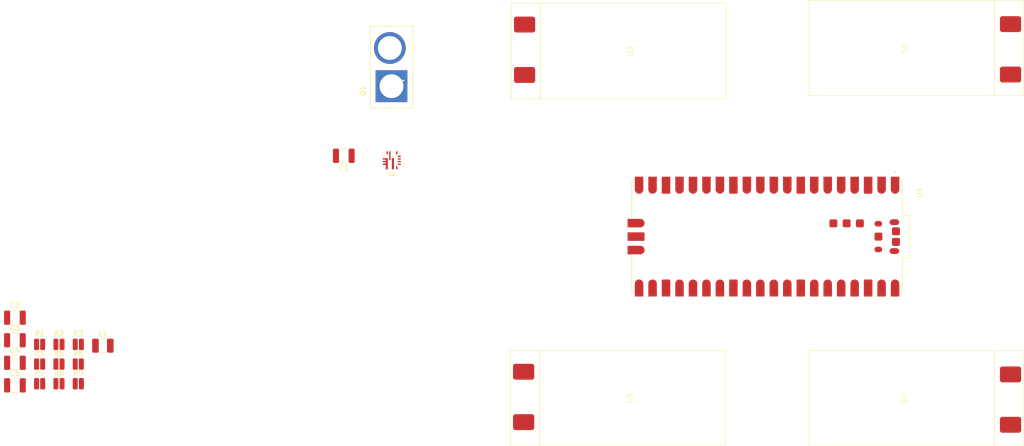
<source format=kicad_pcb>
(kicad_pcb (version 20241229) (generator "pcbnew") (generator_version "9.0")
  (layers (0 "F.Cu" signal) (2 "B.Cu" signal) (13 "F.Paste" user) (15 "B.Paste" user) (5 "F.SilkS" user "F.Silkscreen") (7 "B.SilkS" user "B.Silkscreen") (1 "F.Mask" user) (3 "B.Mask" user) (25 "Edge.Cuts" user))
  (net 0 "")
  (net 1 "Net-(C1-Pad2)")
  (net 2 "/+V")
  (net 3 "Net-(C2-Pad2)")
  (net 4 "Net-(U2-BOOT)")
  (net 5 "Net-(C3-Pad1)")
  (net 6 "Net-(C4-Pad1)")
  (net 7 "Net-(U2-FB)")
  (net 8 "Net-(C5-Pad2)")
  (net 9 "/POWER/5V")
  (net 10 "/POWER/SW")
  (net 11 "Net-(L1-Pad2)")
  (net 12 "GND")
  (net 13 "Net-(U2-PG)")
  (net 15 "/computing/Motor2")
  (net 22 "USB_SHIELD")
  (net 43 "/computing/Motor3")
  (net 44 "/computing/Motor4")
  (net 52 "/computing/Motor1")
  (footprint "Resistor_SMD:R_0508_1220Metric" (layer "F.Cu") (at 25.4 86.36)
    (property "Reference" "R1" (at 0 -2.03 0) (layer "F.SilkS"))
    (property "Value" "1.669 mOhm")
    (pad "1" smd roundrect (at -0.575 0) (size 0.95 2.15) (layers "F.Cu" "F.Mask" "F.Paste") (net 1 "Net-(C1-Pad2)"))
    (pad "2" smd roundrect (at 0.575 0) (size 0.95 2.15) (layers "F.Cu" "F.Mask" "F.Paste") (net 12 "GND"))
  )
  (footprint "Capacitor_SMD:C_1210_3225Metric" (layer "F.Cu") (at 20.75 81.33)
    (property "Reference" "C2" (at 0 -2.3 0) (layer "F.SilkS"))
    (property "Value" "100nF")
    (pad "1" smd roundrect (at -1.475 0) (size 1.15 2.7) (layers "F.Cu" "F.Mask" "F.Paste") (roundrect_rratio 0.217391) (net 2 "/+V"))
    (pad "2" smd roundrect (at 1.475 0) (size 1.15 2.7) (layers "F.Cu" "F.Mask" "F.Paste") (roundrect_rratio 0.217391) (net 3 "Net-(C2-Pad2)"))
  )
  (footprint "Capacitor_SMD:C_1210_3225Metric" (layer "F.Cu") (at 82.755 50.8 180)
    (property "Reference" "C1" (at 0 -2.3 0) (layer "F.SilkS"))
    (property "Value" "15uF")
    (pad "1" smd roundrect (at -1.475 0 180) (size 1.15 2.7) (layers "F.Cu" "F.Mask" "F.Paste") (roundrect_rratio 0.217391) (net 2 "/+V"))
    (pad "2" smd roundrect (at 1.475 0 180) (size 1.15 2.7) (layers "F.Cu" "F.Mask" "F.Paste") (roundrect_rratio 0.217391) (net 1 "Net-(C1-Pad2)"))
  )
  (footprint "Resistor_SMD:R_0508_1220Metric" (layer "F.Cu") (at 29.05 93.78)
    (property "Reference" "R8" (at 0 -2.03 0) (layer "F.SilkS"))
    (property "Value" "10 kOhm")
    (pad "1" smd roundrect (at -0.575 0) (size 0.95 2.15) (layers "F.Cu" "F.Mask" "F.Paste") (net 12 "GND"))
    (pad "2" smd roundrect (at 0.575 0) (size 0.95 2.15) (layers "F.Cu" "F.Mask" "F.Paste") (net 7 "Net-(U2-FB)"))
  )
  (footprint "esc:esc" (layer "F.Cu") (at 187.96 30.48 -90)
    (property "Reference" "U4" (at 0 -0.5 270) (layer "F.SilkS") (effects (font (thickness 0.1))))
    (property "Value" "~")
    (pad "1" smd roundrect (at -4.5 -20.5) (size 4 3) (layers "F.Cu" "F.Mask" "F.Paste") (roundrect_rratio 0.15) (net 2 "/+V"))
    (pad "2" smd roundrect (at 5 -20.5) (size 4 3) (layers "F.Cu" "F.Mask" "F.Paste") (roundrect_rratio 0.15) (net 12 "GND"))
  )
  (footprint "TPS56637RPAR:CONV_TPS56637RPAR" (layer "F.Cu") (at 91.81 51.65 180)
    (property "Reference" "U2" (at 0.032 -2.6064 0) (layer "F.SilkS") (effects (font (size 0.64 0.64))))
    (property "Value" "TPS56637RPAR")
    (pad "1" smd roundrect (at -1.4 -0.75 180) (size 0.6 0.25) (layers "F.Cu" "F.Mask" "F.Paste"))
    (pad "2" smd roundrect (at -1.4 -0.25 180) (size 0.6 0.25) (layers "F.Cu" "F.Mask" "F.Paste") (net 7 "Net-(U2-FB)"))
    (pad "3" smd roundrect (at -1.4 0.25 180) (size 0.6 0.25) (layers "F.Cu" "F.Mask" "F.Paste") (net 12 "GND"))
    (pad "4" smd roundrect (at -1.4 0.75 180) (size 0.6 0.25) (layers "F.Cu" "F.Mask" "F.Paste") (net 13 "Net-(U2-PG)"))
    (pad "5" smd roundrect (at -0.93 1.4 180) (size 0.25 0.6) (layers "F.Cu" "F.Mask" "F.Paste"))
    (pad "6" smd roundrect (at 0.37 0.85 180) (size 0.25 1.7) (layers "F.Cu" "F.Mask") (net 10 "/POWER/SW"))
    (pad "7" smd roundrect (at 0.87 1.4 180) (size 0.25 0.6) (layers "F.Cu" "F.Mask" "F.Paste") (net 4 "Net-(U2-BOOT)"))
    (pad "8" smd custom (at 0.95 -0.65 180) (size 0.4 2.1) (layers "F.Cu") (net 2 "/+V") (options (clearance outline) (anchor rect)) (primitives (gr_poly (pts (xy -0.2 -1) (xy -0.2 1) (xy -0.2 1.003) (xy -0.2 1.005) (xy -0.199 1.008) (xy -0.199 1.01) (xy -0.198 1.013) (xy -0.198 1.015) (xy -0.197 1.018) (xy -0.196 1.02) (xy -0.195 1.023) (xy -0.193 1.025) (xy -0.192 1.027) (xy -0.19 1.029) (xy -0.189 1.031) (xy -0.187 1.033) (xy -0.185 1.035) (xy -0.183 1.037) (xy -0.181 1.039) (xy -0.179 1.04) (xy -0.177 1.042) (xy -0.175 1.043) (xy -0.173 1.045) (xy -0.17 1.046) (xy -0.168 1.047) (xy -0.165 1.048) (xy -0.163 1.048) (xy -0.16 1.049) (xy -0.158 1.049) (xy -0.155 1.05) (xy -0.153 1.05) (xy -0.15 1.05) (xy 0.2 1.05) (xy 0.2 1.025) (xy 0.71 1.025) (xy 0.713 1.024) (xy 0.716 1.023) (xy 0.719 1.022) (xy 0.722 1.021) (xy 0.725 1.02) (xy 0.728 1.018) (xy 0.731 1.017) (xy 0.734 1.015) (xy 0.737 1.013) (xy 0.739 1.011) (xy 0.742 1.008) (xy 0.744 1.006) (xy 0.746 1.003) (xy 0.748 1.001) (xy 0.75 0.998) (xy 0.752 0.995) (xy 0.754 0.992) (xy 0.755 0.989) (xy 0.757 0.986) (xy 0.758 0.983) (xy 0.759 0.98) (xy 0.76 0.977) (xy 0.76 0.974) (xy 0.761 0.97) (xy 0.761 0.967) (xy 0.761 0.964) (xy 0.761 0.96) (xy 0.761 0.957) (xy 0.761 0.954) (xy 0.76 0.95) (xy 0.76 0.85) (xy 0.761 0.846) (xy 0.761 0.843) (xy 0.761 0.84) (xy 0.761 0.836) (xy 0.761 0.833) (xy 0.761 0.83) (xy 0.76 0.826) (xy 0.76 0.823) (xy 0.759 0.82) (xy 0.758 0.817) (xy 0.757 0.814) (xy 0.755 0.811) (xy 0.754 0.808) (xy 0.752 0.805) (xy 0.75 0.802) (xy 0.748 0.799) (xy 0.746 0.797) (xy 0.744 0.794) (xy 0.742 0.792) (xy 0.739 0.789) (xy 0.737 0.787) (xy 0.734 0.785) (xy 0.731 0.783) (xy 0.728 0.782) (xy 0.725 0.78) (xy 0.722 0.779) (xy 0.719 0.778) (xy 0.716 0.777) (xy 0.713 0.776) (xy 0.71 0.775) (xy 0.2 0.775) (xy 0.2 0.525) (xy 0.71 0.525) (xy 0.713 0.525) (xy 0.715 0.525) (xy 0.718 0.524) (xy 0.72 0.524) (xy 0.723 0.523) (xy 0.725 0.523) (xy 0.728 0.522) (xy 0.73 0.521) (xy 0.733 0.52) (xy 0.735 0.518) (xy 0.737 0.517) (xy 0.739 0.515) (xy 0.741 0.514) (xy 0.743 0.512) (xy 0.745 0.51) (xy 0.747 0.508) (xy 0.749 0.506) (xy 0.75 0.504) (xy 0.752 0.502) (xy 0.753 0.5) (xy 0.755 0.498) (xy 0.756 0.495) (xy 0.757 0.493) (xy 0.758 0.49) (xy 0.758 0.488) (xy 0.759 0.485) (xy 0.759 0.483) (xy 0.76 0.48) (xy 0.76 0.478) (xy 0.76 0.475) (xy 0.76 0.325) (xy 0.76 0.322) (xy 0.76 0.32) (xy 0.759 0.317) (xy 0.759 0.315) (xy 0.758 0.312) (xy 0.758 0.31) (xy 0.757 0.307) (xy 0.756 0.305) (xy 0.755 0.302) (xy 0.753 0.3) (xy 0.752 0.298) (xy 0.75 0.296) (xy 0.749 0.294) (xy 0.747 0.292) (xy 0.745 0.29) (xy 0.743 0.288) (xy 0.741 0.286) (xy 0.739 0.285) (xy 0.737 0.283) (xy 0.735 0.282) (xy 0.733 0.28) (xy 0.73 0.279) (xy 0.728 0.278) (xy 0.725 0.277) (xy 0.723 0.277) (xy 0.72 0.276) (xy 0.718 0.276) (xy 0.715 0.275) (xy 0.713 0.275) (xy 0.71 0.275) (xy 0.2 0.275) (xy 0.2 0.025) (xy 0.71 0.025) (xy 0.713 0.025) (xy 0.715 0.025) (xy 0.718 0.024) (xy 0.72 0.024) (xy 0.723 0.023) (xy 0.725 0.023) (xy 0.728 0.022) (xy 0.73 0.021) (xy 0.733 0.02) (xy 0.735 0.018) (xy 0.737 0.017) (xy 0.739 0.015) (xy 0.741 0.014) (xy 0.743 0.012) (xy 0.745 0.01) (xy 0.747 0.008) (xy 0.749 0.006) (xy 0.75 0.004) (xy 0.752 0.002) (xy 0.753 0) (xy 0.755 -0.002) (xy 0.756 -0.005) (xy 0.757 -0.007) (xy 0.758 -0.01) (xy 0.758 -0.012) (xy 0.759 -0.015) (xy 0.759 -0.017) (xy 0.76 -0.02) (xy 0.76 -0.022) (xy 0.76 -0.025) (xy 0.76 -0.175) (xy 0.76 -0.178) (xy 0.76 -0.18) (xy 0.759 -0.183) (xy 0.759 -0.185) (xy 0.758 -0.188) (xy 0.758 -0.19) (xy 0.757 -0.193) (xy 0.756 -0.195) (xy 0.755 -0.198) (xy 0.753 -0.2) (xy 0.752 -0.202) (xy 0.75 -0.204) (xy 0.749 -0.206) (xy 0.747 -0.208) (xy 0.745 -0.21) (xy 0.743 -0.212) (xy 0.741 -0.214) (xy 0.739 -0.215) (xy 0.737 -0.217) (xy 0.735 -0.218) (xy 0.733 -0.22) (xy 0.73 -0.221) (xy 0.728 -0.222) (xy 0.725 -0.223) (xy 0.723 -0.223) (xy 0.72 -0.224) (xy 0.718 -0.224) (xy 0.715 -0.225) (xy 0.713 -0.225) (xy 0.71 -0.225) (xy 0.2 -0.225) (xy 0.2 -1) (xy 0.2 -1.003) (xy 0.2 -1.005) (xy 0.199 -1.008) (xy 0.199 -1.01) (xy 0.198 -1.013) (xy 0.198 -1.015) (xy 0.197 -1.018) (xy 0.196 -1.02) (xy 0.195 -1.023) (xy 0.193 -1.025) (xy 0.192 -1.027) (xy 0.19 -1.029) (xy 0.189 -1.031) (xy 0.187 -1.033) (xy 0.185 -1.035) (xy 0.183 -1.037) (xy 0.181 -1.039) (xy 0.179 -1.04) (xy 0.177 -1.042) (xy 0.175 -1.043) (xy 0.173 -1.045) (xy 0.17 -1.046) (xy 0.168 -1.047) (xy 0.165 -1.048) (xy 0.163 -1.048) (xy 0.16 -1.049) (xy 0.158 -1.049) (xy 0.155 -1.05) (xy 0.153 -1.05) (xy 0.15 -1.05) (xy -0.15 -1.05) (xy -0.153 -1.05) (xy -0.155 -1.05) (xy -0.158 -1.049) (xy -0.16 -1.049) (xy -0.163 -1.048) (xy -0.165 -1.048) (xy -0.168 -1.047) (xy -0.17 -1.046) (xy -0.173 -1.045) (xy -0.175 -1.043) (xy -0.177 -1.042) (xy -0.179 -1.04) (xy -0.181 -1.039) (xy -0.183 -1.037) (xy -0.185 -1.035) (xy -0.187 -1.033) (xy -0.189 -1.031) (xy -0.19 -1.029) (xy -0.192 -1.027) (xy -0.193 -1.025) (xy -0.195 -1.023) (xy -0.196 -1.02) (xy -0.197 -1.018) (xy -0.198 -1.015) (xy -0.198 -1.013) (xy -0.199 -1.01) (xy -0.199 -1.008) (xy -0.2 -1.005) (xy -0.2 -1.003) (xy -0.2 -1)) (width 0.01) (fill yes))))
    (pad "9" smd roundrect (at -0.21 -0.65 180) (size 0.4 2.1) (layers "F.Cu" "F.Mask") (net 12 "GND"))
    (pad "10" smd roundrect (at -0.93 -1.4 180) (size 0.25 0.6) (layers "F.Cu" "F.Mask" "F.Paste") (net 12 "GND"))
  )
  (footprint "Resistor_SMD:R_0508_1220Metric" (layer "F.Cu") (at 25.4 90.07)
    (property "Reference" "R4" (at 0 -2.03 0) (layer "F.SilkS"))
    (property "Value" "100 kOhm")
    (pad "1" smd roundrect (at -0.575 0) (size 0.95 2.15) (layers "F.Cu" "F.Mask" "F.Paste") (net 13 "Net-(U2-PG)"))
    (pad "2" smd roundrect (at 0.575 0) (size 0.95 2.15) (layers "F.Cu" "F.Mask" "F.Paste") (net 9 "/POWER/5V"))
  )
  (footprint "Resistor_SMD:R_0508_1220Metric" (layer "F.Cu") (at 32.7 86.36)
    (property "Reference" "R3" (at 0 -2.03 0) (layer "F.SilkS"))
    (property "Value" "280 mOhm")
    (pad "1" smd roundrect (at -0.575 0) (size 0.95 2.15) (layers "F.Cu" "F.Mask" "F.Paste") (net 10 "/POWER/SW"))
    (pad "2" smd roundrect (at 0.575 0) (size 0.95 2.15) (layers "F.Cu" "F.Mask" "F.Paste") (net 5 "Net-(C3-Pad1)"))
  )
  (footprint "Resistor_SMD:R_0508_1220Metric" (layer "F.Cu") (at 25.4 93.78)
    (property "Reference" "R7" (at 0 -2.03 0) (layer "F.SilkS"))
    (property "Value" "73.2 kOhm")
    (pad "1" smd roundrect (at -0.575 0) (size 0.95 2.15) (layers "F.Cu" "F.Mask" "F.Paste") (net 7 "Net-(U2-FB)"))
    (pad "2" smd roundrect (at 0.575 0) (size 0.95 2.15) (layers "F.Cu" "F.Mask" "F.Paste") (net 9 "/POWER/5V"))
  )
  (footprint "Capacitor_SMD:C_1210_3225Metric" (layer "F.Cu") (at 20.75 85.58)
    (property "Reference" "C3" (at 0 -2.3 0) (layer "F.SilkS"))
    (property "Value" "100 nF")
    (pad "1" smd roundrect (at -1.475 0) (size 1.15 2.7) (layers "F.Cu" "F.Mask" "F.Paste") (roundrect_rratio 0.217391) (net 5 "Net-(C3-Pad1)"))
    (pad "2" smd roundrect (at 1.475 0) (size 1.15 2.7) (layers "F.Cu" "F.Mask" "F.Paste") (roundrect_rratio 0.217391) (net 4 "Net-(U2-BOOT)"))
  )
  (footprint "esc:esc" (layer "F.Cu") (at 137.34 31.06 90)
    (property "Reference" "U3" (at 0 -0.5 90) (layer "F.SilkS") (effects (font (thickness 0.1))))
    (property "Value" "~")
    (pad "1" smd roundrect (at -4.5 -20.5 180) (size 4 3) (layers "F.Cu" "F.Mask" "F.Paste") (roundrect_rratio 0.15) (net 2 "/+V"))
    (pad "2" smd roundrect (at 5 -20.5 180) (size 4 3) (layers "F.Cu" "F.Mask" "F.Paste") (roundrect_rratio 0.15) (net 12 "GND"))
  )
  (footprint "SC0917:MODULE_SC0917" (layer "F.Cu") (at 162.56 66.04 -90)
    (property "Reference" "U1" (at -8.325 -28.635 90) (layer "F.SilkS"))
    (property "Value" "SC0917")
    (pad "1" smd custom (at -9.69 -24.13 270) (size 1 1) (layers "F.Cu") (net 52 "/computing/Motor1") (options (clearance outline) (anchor rect)) (primitives (gr_poly (pts (xy -1.6 0.8) (xy -1.6 -0.8) (xy 0.8 -0.8) (xy 0.842 -0.799) (xy 0.884 -0.796) (xy 0.925 -0.79) (xy 0.966 -0.783) (xy 1.007 -0.773) (xy 1.047 -0.761) (xy 1.087 -0.747) (xy 1.125 -0.731) (xy 1.163 -0.713) (xy 1.2 -0.693) (xy 1.236 -0.671) (xy 1.27 -0.647) (xy 1.303 -0.622) (xy 1.335 -0.595) (xy 1.366 -0.566) (xy 1.395 -0.535) (xy 1.422 -0.503) (xy 1.447 -0.47) (xy 1.471 -0.436) (xy 1.493 -0.4) (xy 1.513 -0.363) (xy 1.531 -0.325) (xy 1.547 -0.287) (xy 1.561 -0.247) (xy 1.573 -0.207) (xy 1.583 -0.166) (xy 1.59 -0.125) (xy 1.596 -0.084) (xy 1.599 -0.042) (xy 1.6 0) (xy 1.599 0.042) (xy 1.596 0.084) (xy 1.59 0.125) (xy 1.583 0.166) (xy 1.573 0.207) (xy 1.561 0.247) (xy 1.547 0.287) (xy 1.531 0.325) (xy 1.513 0.363) (xy 1.493 0.4) (xy 1.471 0.436) (xy 1.447 0.47) (xy 1.422 0.503) (xy 1.395 0.535) (xy 1.366 0.566) (xy 1.335 0.595) (xy 1.303 0.622) (xy 1.27 0.647) (xy 1.236 0.671) (xy 1.2 0.693) (xy 1.163 0.713) (xy 1.125 0.731) (xy 1.087 0.747) (xy 1.047 0.761) (xy 1.007 0.773) (xy 0.966 0.783) (xy 0.925 0.79) (xy 0.884 0.796) (xy 0.842 0.799) (xy 0.8 0.8) (xy -1.6 0.8)) (width 0.01) (fill yes))))
    (pad "2" smd custom (at -9.69 -21.59 270) (size 1 1) (layers "F.Cu") (net 15 "/computing/Motor2") (options (clearance outline) (anchor rect)) (primitives (gr_poly (pts (xy -1.6 0.8) (xy -1.6 -0.8) (xy 0.8 -0.8) (xy 0.842 -0.799) (xy 0.884 -0.796) (xy 0.925 -0.79) (xy 0.966 -0.783) (xy 1.007 -0.773) (xy 1.047 -0.761) (xy 1.087 -0.747) (xy 1.125 -0.731) (xy 1.163 -0.713) (xy 1.2 -0.693) (xy 1.236 -0.671) (xy 1.27 -0.647) (xy 1.303 -0.622) (xy 1.335 -0.595) (xy 1.366 -0.566) (xy 1.395 -0.535) (xy 1.422 -0.503) (xy 1.447 -0.47) (xy 1.471 -0.436) (xy 1.493 -0.4) (xy 1.513 -0.363) (xy 1.531 -0.325) (xy 1.547 -0.287) (xy 1.561 -0.247) (xy 1.573 -0.207) (xy 1.583 -0.166) (xy 1.59 -0.125) (xy 1.596 -0.084) (xy 1.599 -0.042) (xy 1.6 0) (xy 1.599 0.042) (xy 1.596 0.084) (xy 1.59 0.125) (xy 1.583 0.166) (xy 1.573 0.207) (xy 1.561 0.247) (xy 1.547 0.287) (xy 1.531 0.325) (xy 1.513 0.363) (xy 1.493 0.4) (xy 1.471 0.436) (xy 1.447 0.47) (xy 1.422 0.503) (xy 1.395 0.535) (xy 1.366 0.566) (xy 1.335 0.595) (xy 1.303 0.622) (xy 1.27 0.647) (xy 1.236 0.671) (xy 1.2 0.693) (xy 1.163 0.713) (xy 1.125 0.731) (xy 1.087 0.747) (xy 1.047 0.761) (xy 1.007 0.773) (xy 0.966 0.783) (xy 0.925 0.79) (xy 0.884 0.796) (xy 0.842 0.799) (xy 0.8 0.8) (xy -1.6 0.8)) (width 0.01) (fill yes))))
    (pad "3" smd custom (at -9.69 -19.05 270) (size 1 1) (layers "F.Cu") (net 12 "GND") (options (clearance outline) (anchor rect)) (primitives (gr_poly (pts (xy -1.6 0.8) (xy -1.6 -0.8) (xy 1.4 -0.8) (xy 1.41 -0.8) (xy 1.421 -0.799) (xy 1.431 -0.798) (xy 1.442 -0.796) (xy 1.452 -0.793) (xy 1.462 -0.79) (xy 1.472 -0.787) (xy 1.481 -0.783) (xy 1.491 -0.778) (xy 1.5 -0.773) (xy 1.509 -0.768) (xy 1.518 -0.762) (xy 1.526 -0.755) (xy 1.534 -0.749) (xy 1.541 -0.741) (xy 1.549 -0.734) (xy 1.555 -0.726) (xy 1.562 -0.718) (xy 1.568 -0.709) (xy 1.573 -0.7) (xy 1.578 -0.691) (xy 1.583 -0.681) (xy 1.587 -0.672) (xy 1.59 -0.662) (xy 1.593 -0.652) (xy 1.596 -0.642) (xy 1.598 -0.631) (xy 1.599 -0.621) (xy 1.6 -0.61) (xy 1.6 -0.6) (xy 1.6 0.6) (xy 1.6 0.61) (xy 1.599 0.621) (xy 1.598 0.631) (xy 1.596 0.642) (xy 1.593 0.652) (xy 1.59 0.662) (xy 1.587 0.672) (xy 1.583 0.681) (xy 1.578 0.691) (xy 1.573 0.7) (xy 1.568 0.709) (xy 1.562 0.718) (xy 1.555 0.726) (xy 1.549 0.734) (xy 1.541 0.741) (xy 1.534 0.749) (xy 1.526 0.755) (xy 1.518 0.762) (xy 1.509 0.768) (xy 1.5 0.773) (xy 1.491 0.778) (xy 1.481 0.783) (xy 1.472 0.787) (xy 1.462 0.79) (xy 1.452 0.793) (xy 1.442 0.796) (xy 1.431 0.798) (xy 1.421 0.799) (xy 1.41 0.8) (xy 1.4 0.8) (xy -1.6 0.8)) (width 0.01) (fill yes))))
    (pad "4" smd custom (at -9.69 -16.51 270) (size 1 1) (layers "F.Cu") (net 43 "/computing/Motor3") (options (clearance outline) (anchor rect)) (primitives (gr_poly (pts (xy -1.6 0.8) (xy -1.6 -0.8) (xy 0.8 -0.8) (xy 0.842 -0.799) (xy 0.884 -0.796) (xy 0.925 -0.79) (xy 0.966 -0.783) (xy 1.007 -0.773) (xy 1.047 -0.761) (xy 1.087 -0.747) (xy 1.125 -0.731) (xy 1.163 -0.713) (xy 1.2 -0.693) (xy 1.236 -0.671) (xy 1.27 -0.647) (xy 1.303 -0.622) (xy 1.335 -0.595) (xy 1.366 -0.566) (xy 1.395 -0.535) (xy 1.422 -0.503) (xy 1.447 -0.47) (xy 1.471 -0.436) (xy 1.493 -0.4) (xy 1.513 -0.363) (xy 1.531 -0.325) (xy 1.547 -0.287) (xy 1.561 -0.247) (xy 1.573 -0.207) (xy 1.583 -0.166) (xy 1.59 -0.125) (xy 1.596 -0.084) (xy 1.599 -0.042) (xy 1.6 0) (xy 1.599 0.042) (xy 1.596 0.084) (xy 1.59 0.125) (xy 1.583 0.166) (xy 1.573 0.207) (xy 1.561 0.247) (xy 1.547 0.287) (xy 1.531 0.325) (xy 1.513 0.363) (xy 1.493 0.4) (xy 1.471 0.436) (xy 1.447 0.47) (xy 1.422 0.503) (xy 1.395 0.535) (xy 1.366 0.566) (xy 1.335 0.595) (xy 1.303 0.622) (xy 1.27 0.647) (xy 1.236 0.671) (xy 1.2 0.693) (xy 1.163 0.713) (xy 1.125 0.731) (xy 1.087 0.747) (xy 1.047 0.761) (xy 1.007 0.773) (xy 0.966 0.783) (xy 0.925 0.79) (xy 0.884 0.796) (xy 0.842 0.799) (xy 0.8 0.8) (xy -1.6 0.8)) (width 0.01) (fill yes))))
    (pad "5" smd custom (at -9.69 -13.97 270) (size 1 1) (layers "F.Cu") (net 44 "/computing/Motor4") (options (clearance outline) (anchor rect)) (primitives (gr_poly (pts (xy -1.6 0.8) (xy -1.6 -0.8) (xy 0.8 -0.8) (xy 0.842 -0.799) (xy 0.884 -0.796) (xy 0.925 -0.79) (xy 0.966 -0.783) (xy 1.007 -0.773) (xy 1.047 -0.761) (xy 1.087 -0.747) (xy 1.125 -0.731) (xy 1.163 -0.713) (xy 1.2 -0.693) (xy 1.236 -0.671) (xy 1.27 -0.647) (xy 1.303 -0.622) (xy 1.335 -0.595) (xy 1.366 -0.566) (xy 1.395 -0.535) (xy 1.422 -0.503) (xy 1.447 -0.47) (xy 1.471 -0.436) (xy 1.493 -0.4) (xy 1.513 -0.363) (xy 1.531 -0.325) (xy 1.547 -0.287) (xy 1.561 -0.247) (xy 1.573 -0.207) (xy 1.583 -0.166) (xy 1.59 -0.125) (xy 1.596 -0.084) (xy 1.599 -0.042) (xy 1.6 0) (xy 1.599 0.042) (xy 1.596 0.084) (xy 1.59 0.125) (xy 1.583 0.166) (xy 1.573 0.207) (xy 1.561 0.247) (xy 1.547 0.287) (xy 1.531 0.325) (xy 1.513 0.363) (xy 1.493 0.4) (xy 1.471 0.436) (xy 1.447 0.47) (xy 1.422 0.503) (xy 1.395 0.535) (xy 1.366 0.566) (xy 1.335 0.595) (xy 1.303 0.622) (xy 1.27 0.647) (xy 1.236 0.671) (xy 1.2 0.693) (xy 1.163 0.713) (xy 1.125 0.731) (xy 1.087 0.747) (xy 1.047 0.761) (xy 1.007 0.773) (xy 0.966 0.783) (xy 0.925 0.79) (xy 0.884 0.796) (xy 0.842 0.799) (xy 0.8 0.8) (xy -1.6 0.8)) (width 0.01) (fill yes))))
    (pad "6" smd custom (at -9.69 -11.43 270) (size 1 1) (layers "F.Cu") (options (clearance outline) (anchor rect)) (primitives (gr_poly (pts (xy -1.6 0.8) (xy -1.6 -0.8) (xy 0.8 -0.8) (xy 0.842 -0.799) (xy 0.884 -0.796) (xy 0.925 -0.79) (xy 0.966 -0.783) (xy 1.007 -0.773) (xy 1.047 -0.761) (xy 1.087 -0.747) (xy 1.125 -0.731) (xy 1.163 -0.713) (xy 1.2 -0.693) (xy 1.236 -0.671) (xy 1.27 -0.647) (xy 1.303 -0.622) (xy 1.335 -0.595) (xy 1.366 -0.566) (xy 1.395 -0.535) (xy 1.422 -0.503) (xy 1.447 -0.47) (xy 1.471 -0.436) (xy 1.493 -0.4) (xy 1.513 -0.363) (xy 1.531 -0.325) (xy 1.547 -0.287) (xy 1.561 -0.247) (xy 1.573 -0.207) (xy 1.583 -0.166) (xy 1.59 -0.125) (xy 1.596 -0.084) (xy 1.599 -0.042) (xy 1.6 0) (xy 1.599 0.042) (xy 1.596 0.084) (xy 1.59 0.125) (xy 1.583 0.166) (xy 1.573 0.207) (xy 1.561 0.247) (xy 1.547 0.287) (xy 1.531 0.325) (xy 1.513 0.363) (xy 1.493 0.4) (xy 1.471 0.436) (xy 1.447 0.47) (xy 1.422 0.503) (xy 1.395 0.535) (xy 1.366 0.566) (xy 1.335 0.595) (xy 1.303 0.622) (xy 1.27 0.647) (xy 1.236 0.671) (xy 1.2 0.693) (xy 1.163 0.713) (xy 1.125 0.731) (xy 1.087 0.747) (xy 1.047 0.761) (xy 1.007 0.773) (xy 0.966 0.783) (xy 0.925 0.79) (xy 0.884 0.796) (xy 0.842 0.799) (xy 0.8 0.8) (xy -1.6 0.8)) (width 0.01) (fill yes))))
    (pad "7" smd custom (at -9.69 -8.89 270) (size 1 1) (layers "F.Cu") (options (clearance outline) (anchor rect)) (primitives (gr_poly (pts (xy -1.6 0.8) (xy -1.6 -0.8) (xy 0.8 -0.8) (xy 0.842 -0.799) (xy 0.884 -0.796) (xy 0.925 -0.79) (xy 0.966 -0.783) (xy 1.007 -0.773) (xy 1.047 -0.761) (xy 1.087 -0.747) (xy 1.125 -0.731) (xy 1.163 -0.713) (xy 1.2 -0.693) (xy 1.236 -0.671) (xy 1.27 -0.647) (xy 1.303 -0.622) (xy 1.335 -0.595) (xy 1.366 -0.566) (xy 1.395 -0.535) (xy 1.422 -0.503) (xy 1.447 -0.47) (xy 1.471 -0.436) (xy 1.493 -0.4) (xy 1.513 -0.363) (xy 1.531 -0.325) (xy 1.547 -0.287) (xy 1.561 -0.247) (xy 1.573 -0.207) (xy 1.583 -0.166) (xy 1.59 -0.125) (xy 1.596 -0.084) (xy 1.599 -0.042) (xy 1.6 0) (xy 1.599 0.042) (xy 1.596 0.084) (xy 1.59 0.125) (xy 1.583 0.166) (xy 1.573 0.207) (xy 1.561 0.247) (xy 1.547 0.287) (xy 1.531 0.325) (xy 1.513 0.363) (xy 1.493 0.4) (xy 1.471 0.436) (xy 1.447 0.47) (xy 1.422 0.503) (xy 1.395 0.535) (xy 1.366 0.566) (xy 1.335 0.595) (xy 1.303 0.622) (xy 1.27 0.647) (xy 1.236 0.671) (xy 1.2 0.693) (xy 1.163 0.713) (xy 1.125 0.731) (xy 1.087 0.747) (xy 1.047 0.761) (xy 1.007 0.773) (xy 0.966 0.783) (xy 0.925 0.79) (xy 0.884 0.796) (xy 0.842 0.799) (xy 0.8 0.8) (xy -1.6 0.8)) (width 0.01) (fill yes))))
    (pad "8" smd custom (at -9.69 -6.35 270) (size 1 1) (layers "F.Cu") (net 12 "GND") (options (clearance outline) (anchor rect)) (primitives (gr_poly (pts (xy -1.6 0.8) (xy -1.6 -0.8) (xy 1.4 -0.8) (xy 1.41 -0.8) (xy 1.421 -0.799) (xy 1.431 -0.798) (xy 1.442 -0.796) (xy 1.452 -0.793) (xy 1.462 -0.79) (xy 1.472 -0.787) (xy 1.481 -0.783) (xy 1.491 -0.778) (xy 1.5 -0.773) (xy 1.509 -0.768) (xy 1.518 -0.762) (xy 1.526 -0.755) (xy 1.534 -0.749) (xy 1.541 -0.741) (xy 1.549 -0.734) (xy 1.555 -0.726) (xy 1.562 -0.718) (xy 1.568 -0.709) (xy 1.573 -0.7) (xy 1.578 -0.691) (xy 1.583 -0.681) (xy 1.587 -0.672) (xy 1.59 -0.662) (xy 1.593 -0.652) (xy 1.596 -0.642) (xy 1.598 -0.631) (xy 1.599 -0.621) (xy 1.6 -0.61) (xy 1.6 -0.6) (xy 1.6 0.6) (xy 1.6 0.61) (xy 1.599 0.621) (xy 1.598 0.631) (xy 1.596 0.642) (xy 1.593 0.652) (xy 1.59 0.662) (xy 1.587 0.672) (xy 1.583 0.681) (xy 1.578 0.691) (xy 1.573 0.7) (xy 1.568 0.709) (xy 1.562 0.718) (xy 1.555 0.726) (xy 1.549 0.734) (xy 1.541 0.741) (xy 1.534 0.749) (xy 1.526 0.755) (xy 1.518 0.762) (xy 1.509 0.768) (xy 1.5 0.773) (xy 1.491 0.778) (xy 1.481 0.783) (xy 1.472 0.787) (xy 1.462 0.79) (xy 1.452 0.793) (xy 1.442 0.796) (xy 1.431 0.798) (xy 1.421 0.799) (xy 1.41 0.8) (xy 1.4 0.8) (xy -1.6 0.8)) (width 0.01) (fill yes))))
    (pad "9" smd custom (at -9.69 -3.81 270) (size 1 1) (layers "F.Cu") (options (clearance outline) (anchor rect)) (primitives (gr_poly (pts (xy -1.6 0.8) (xy -1.6 -0.8) (xy 0.8 -0.8) (xy 0.842 -0.799) (xy 0.884 -0.796) (xy 0.925 -0.79) (xy 0.966 -0.783) (xy 1.007 -0.773) (xy 1.047 -0.761) (xy 1.087 -0.747) (xy 1.125 -0.731) (xy 1.163 -0.713) (xy 1.2 -0.693) (xy 1.236 -0.671) (xy 1.27 -0.647) (xy 1.303 -0.622) (xy 1.335 -0.595) (xy 1.366 -0.566) (xy 1.395 -0.535) (xy 1.422 -0.503) (xy 1.447 -0.47) (xy 1.471 -0.436) (xy 1.493 -0.4) (xy 1.513 -0.363) (xy 1.531 -0.325) (xy 1.547 -0.287) (xy 1.561 -0.247) (xy 1.573 -0.207) (xy 1.583 -0.166) (xy 1.59 -0.125) (xy 1.596 -0.084) (xy 1.599 -0.042) (xy 1.6 0) (xy 1.599 0.042) (xy 1.596 0.084) (xy 1.59 0.125) (xy 1.583 0.166) (xy 1.573 0.207) (xy 1.561 0.247) (xy 1.547 0.287) (xy 1.531 0.325) (xy 1.513 0.363) (xy 1.493 0.4) (xy 1.471 0.436) (xy 1.447 0.47) (xy 1.422 0.503) (xy 1.395 0.535) (xy 1.366 0.566) (xy 1.335 0.595) (xy 1.303 0.622) (xy 1.27 0.647) (xy 1.236 0.671) (xy 1.2 0.693) (xy 1.163 0.713) (xy 1.125 0.731) (xy 1.087 0.747) (xy 1.047 0.761) (xy 1.007 0.773) (xy 0.966 0.783) (xy 0.925 0.79) (xy 0.884 0.796) (xy 0.842 0.799) (xy 0.8 0.8) (xy -1.6 0.8)) (width 0.01) (fill yes))))
    (pad "10" smd custom (at -9.69 -1.27 270) (size 1 1) (layers "F.Cu") (options (clearance outline) (anchor rect)) (primitives (gr_poly (pts (xy -1.6 0.8) (xy -1.6 -0.8) (xy 0.8 -0.8) (xy 0.842 -0.799) (xy 0.884 -0.796) (xy 0.925 -0.79) (xy 0.966 -0.783) (xy 1.007 -0.773) (xy 1.047 -0.761) (xy 1.087 -0.747) (xy 1.125 -0.731) (xy 1.163 -0.713) (xy 1.2 -0.693) (xy 1.236 -0.671) (xy 1.27 -0.647) (xy 1.303 -0.622) (xy 1.335 -0.595) (xy 1.366 -0.566) (xy 1.395 -0.535) (xy 1.422 -0.503) (xy 1.447 -0.47) (xy 1.471 -0.436) (xy 1.493 -0.4) (xy 1.513 -0.363) (xy 1.531 -0.325) (xy 1.547 -0.287) (xy 1.561 -0.247) (xy 1.573 -0.207) (xy 1.583 -0.166) (xy 1.59 -0.125) (xy 1.596 -0.084) (xy 1.599 -0.042) (xy 1.6 0) (xy 1.599 0.042) (xy 1.596 0.084) (xy 1.59 0.125) (xy 1.583 0.166) (xy 1.573 0.207) (xy 1.561 0.247) (xy 1.547 0.287) (xy 1.531 0.325) (xy 1.513 0.363) (xy 1.493 0.4) (xy 1.471 0.436) (xy 1.447 0.47) (xy 1.422 0.503) (xy 1.395 0.535) (xy 1.366 0.566) (xy 1.335 0.595) (xy 1.303 0.622) (xy 1.27 0.647) (xy 1.236 0.671) (xy 1.2 0.693) (xy 1.163 0.713) (xy 1.125 0.731) (xy 1.087 0.747) (xy 1.047 0.761) (xy 1.007 0.773) (xy 0.966 0.783) (xy 0.925 0.79) (xy 0.884 0.796) (xy 0.842 0.799) (xy 0.8 0.8) (xy -1.6 0.8)) (width 0.01) (fill yes))))
    (pad "11" smd custom (at -9.69 1.27 270) (size 1 1) (layers "F.Cu") (options (clearance outline) (anchor rect)) (primitives (gr_poly (pts (xy -1.6 0.8) (xy -1.6 -0.8) (xy 0.8 -0.8) (xy 0.842 -0.799) (xy 0.884 -0.796) (xy 0.925 -0.79) (xy 0.966 -0.783) (xy 1.007 -0.773) (xy 1.047 -0.761) (xy 1.087 -0.747) (xy 1.125 -0.731) (xy 1.163 -0.713) (xy 1.2 -0.693) (xy 1.236 -0.671) (xy 1.27 -0.647) (xy 1.303 -0.622) (xy 1.335 -0.595) (xy 1.366 -0.566) (xy 1.395 -0.535) (xy 1.422 -0.503) (xy 1.447 -0.47) (xy 1.471 -0.436) (xy 1.493 -0.4) (xy 1.513 -0.363) (xy 1.531 -0.325) (xy 1.547 -0.287) (xy 1.561 -0.247) (xy 1.573 -0.207) (xy 1.583 -0.166) (xy 1.59 -0.125) (xy 1.596 -0.084) (xy 1.599 -0.042) (xy 1.6 0) (xy 1.599 0.042) (xy 1.596 0.084) (xy 1.59 0.125) (xy 1.583 0.166) (xy 1.573 0.207) (xy 1.561 0.247) (xy 1.547 0.287) (xy 1.531 0.325) (xy 1.513 0.363) (xy 1.493 0.4) (xy 1.471 0.436) (xy 1.447 0.47) (xy 1.422 0.503) (xy 1.395 0.535) (xy 1.366 0.566) (xy 1.335 0.595) (xy 1.303 0.622) (xy 1.27 0.647) (xy 1.236 0.671) (xy 1.2 0.693) (xy 1.163 0.713) (xy 1.125 0.731) (xy 1.087 0.747) (xy 1.047 0.761) (xy 1.007 0.773) (xy 0.966 0.783) (xy 0.925 0.79) (xy 0.884 0.796) (xy 0.842 0.799) (xy 0.8 0.8) (xy -1.6 0.8)) (width 0.01) (fill yes))))
    (pad "12" smd custom (at -9.69 3.81 270) (size 1 1) (layers "F.Cu") (options (clearance outline) (anchor rect)) (primitives (gr_poly (pts (xy -1.6 0.8) (xy -1.6 -0.8) (xy 0.8 -0.8) (xy 0.842 -0.799) (xy 0.884 -0.796) (xy 0.925 -0.79) (xy 0.966 -0.783) (xy 1.007 -0.773) (xy 1.047 -0.761) (xy 1.087 -0.747) (xy 1.125 -0.731) (xy 1.163 -0.713) (xy 1.2 -0.693) (xy 1.236 -0.671) (xy 1.27 -0.647) (xy 1.303 -0.622) (xy 1.335 -0.595) (xy 1.366 -0.566) (xy 1.395 -0.535) (xy 1.422 -0.503) (xy 1.447 -0.47) (xy 1.471 -0.436) (xy 1.493 -0.4) (xy 1.513 -0.363) (xy 1.531 -0.325) (xy 1.547 -0.287) (xy 1.561 -0.247) (xy 1.573 -0.207) (xy 1.583 -0.166) (xy 1.59 -0.125) (xy 1.596 -0.084) (xy 1.599 -0.042) (xy 1.6 0) (xy 1.599 0.042) (xy 1.596 0.084) (xy 1.59 0.125) (xy 1.583 0.166) (xy 1.573 0.207) (xy 1.561 0.247) (xy 1.547 0.287) (xy 1.531 0.325) (xy 1.513 0.363) (xy 1.493 0.4) (xy 1.471 0.436) (xy 1.447 0.47) (xy 1.422 0.503) (xy 1.395 0.535) (xy 1.366 0.566) (xy 1.335 0.595) (xy 1.303 0.622) (xy 1.27 0.647) (xy 1.236 0.671) (xy 1.2 0.693) (xy 1.163 0.713) (xy 1.125 0.731) (xy 1.087 0.747) (xy 1.047 0.761) (xy 1.007 0.773) (xy 0.966 0.783) (xy 0.925 0.79) (xy 0.884 0.796) (xy 0.842 0.799) (xy 0.8 0.8) (xy -1.6 0.8)) (width 0.01) (fill yes))))
    (pad "13" smd custom (at -9.69 6.35 270) (size 1 1) (layers "F.Cu") (net 12 "GND") (options (clearance outline) (anchor rect)) (primitives (gr_poly (pts (xy -1.6 0.8) (xy -1.6 -0.8) (xy 1.4 -0.8) (xy 1.41 -0.8) (xy 1.421 -0.799) (xy 1.431 -0.798) (xy 1.442 -0.796) (xy 1.452 -0.793) (xy 1.462 -0.79) (xy 1.472 -0.787) (xy 1.481 -0.783) (xy 1.491 -0.778) (xy 1.5 -0.773) (xy 1.509 -0.768) (xy 1.518 -0.762) (xy 1.526 -0.755) (xy 1.534 -0.749) (xy 1.541 -0.741) (xy 1.549 -0.734) (xy 1.555 -0.726) (xy 1.562 -0.718) (xy 1.568 -0.709) (xy 1.573 -0.7) (xy 1.578 -0.691) (xy 1.583 -0.681) (xy 1.587 -0.672) (xy 1.59 -0.662) (xy 1.593 -0.652) (xy 1.596 -0.642) (xy 1.598 -0.631) (xy 1.599 -0.621) (xy 1.6 -0.61) (xy 1.6 -0.6) (xy 1.6 0.6) (xy 1.6 0.61) (xy 1.599 0.621) (xy 1.598 0.631) (xy 1.596 0.642) (xy 1.593 0.652) (xy 1.59 0.662) (xy 1.587 0.672) (xy 1.583 0.681) (xy 1.578 0.691) (xy 1.573 0.7) (xy 1.568 0.709) (xy 1.562 0.718) (xy 1.555 0.726) (xy 1.549 0.734) (xy 1.541 0.741) (xy 1.534 0.749) (xy 1.526 0.755) (xy 1.518 0.762) (xy 1.509 0.768) (xy 1.5 0.773) (xy 1.491 0.778) (xy 1.481 0.783) (xy 1.472 0.787) (xy 1.462 0.79) (xy 1.452 0.793) (xy 1.442 0.796) (xy 1.431 0.798) (xy 1.421 0.799) (xy 1.41 0.8) (xy 1.4 0.8) (xy -1.6 0.8)) (width 0.01) (fill yes))))
    (pad "14" smd custom (at -9.69 8.89 270) (size 1 1) (layers "F.Cu") (options (clearance outline) (anchor rect)) (primitives (gr_poly (pts (xy -1.6 0.8) (xy -1.6 -0.8) (xy 0.8 -0.8) (xy 0.842 -0.799) (xy 0.884 -0.796) (xy 0.925 -0.79) (xy 0.966 -0.783) (xy 1.007 -0.773) (xy 1.047 -0.761) (xy 1.087 -0.747) (xy 1.125 -0.731) (xy 1.163 -0.713) (xy 1.2 -0.693) (xy 1.236 -0.671) (xy 1.27 -0.647) (xy 1.303 -0.622) (xy 1.335 -0.595) (xy 1.366 -0.566) (xy 1.395 -0.535) (xy 1.422 -0.503) (xy 1.447 -0.47) (xy 1.471 -0.436) (xy 1.493 -0.4) (xy 1.513 -0.363) (xy 1.531 -0.325) (xy 1.547 -0.287) (xy 1.561 -0.247) (xy 1.573 -0.207) (xy 1.583 -0.166) (xy 1.59 -0.125) (xy 1.596 -0.084) (xy 1.599 -0.042) (xy 1.6 0) (xy 1.599 0.042) (xy 1.596 0.084) (xy 1.59 0.125) (xy 1.583 0.166) (xy 1.573 0.207) (xy 1.561 0.247) (xy 1.547 0.287) (xy 1.531 0.325) (xy 1.513 0.363) (xy 1.493 0.4) (xy 1.471 0.436) (xy 1.447 0.47) (xy 1.422 0.503) (xy 1.395 0.535) (xy 1.366 0.566) (xy 1.335 0.595) (xy 1.303 0.622) (xy 1.27 0.647) (xy 1.236 0.671) (xy 1.2 0.693) (xy 1.163 0.713) (xy 1.125 0.731) (xy 1.087 0.747) (xy 1.047 0.761) (xy 1.007 0.773) (xy 0.966 0.783) (xy 0.925 0.79) (xy 0.884 0.796) (xy 0.842 0.799) (xy 0.8 0.8) (xy -1.6 0.8)) (width 0.01) (fill yes))))
    (pad "15" smd custom (at -9.69 11.43 270) (size 1 1) (layers "F.Cu") (options (clearance outline) (anchor rect)) (primitives (gr_poly (pts (xy -1.6 0.8) (xy -1.6 -0.8) (xy 0.8 -0.8) (xy 0.842 -0.799) (xy 0.884 -0.796) (xy 0.925 -0.79) (xy 0.966 -0.783) (xy 1.007 -0.773) (xy 1.047 -0.761) (xy 1.087 -0.747) (xy 1.125 -0.731) (xy 1.163 -0.713) (xy 1.2 -0.693) (xy 1.236 -0.671) (xy 1.27 -0.647) (xy 1.303 -0.622) (xy 1.335 -0.595) (xy 1.366 -0.566) (xy 1.395 -0.535) (xy 1.422 -0.503) (xy 1.447 -0.47) (xy 1.471 -0.436) (xy 1.493 -0.4) (xy 1.513 -0.363) (xy 1.531 -0.325) (xy 1.547 -0.287) (xy 1.561 -0.247) (xy 1.573 -0.207) (xy 1.583 -0.166) (xy 1.59 -0.125) (xy 1.596 -0.084) (xy 1.599 -0.042) (xy 1.6 0) (xy 1.599 0.042) (xy 1.596 0.084) (xy 1.59 0.125) (xy 1.583 0.166) (xy 1.573 0.207) (xy 1.561 0.247) (xy 1.547 0.287) (xy 1.531 0.325) (xy 1.513 0.363) (xy 1.493 0.4) (xy 1.471 0.436) (xy 1.447 0.47) (xy 1.422 0.503) (xy 1.395 0.535) (xy 1.366 0.566) (xy 1.335 0.595) (xy 1.303 0.622) (xy 1.27 0.647) (xy 1.236 0.671) (xy 1.2 0.693) (xy 1.163 0.713) (xy 1.125 0.731) (xy 1.087 0.747) (xy 1.047 0.761) (xy 1.007 0.773) (xy 0.966 0.783) (xy 0.925 0.79) (xy 0.884 0.796) (xy 0.842 0.799) (xy 0.8 0.8) (xy -1.6 0.8)) (width 0.01) (fill yes))))
    (pad "16" smd custom (at -9.69 13.97 270) (size 1 1) (layers "F.Cu") (options (clearance outline) (anchor rect)) (primitives (gr_poly (pts (xy -1.6 0.8) (xy -1.6 -0.8) (xy 0.8 -0.8) (xy 0.842 -0.799) (xy 0.884 -0.796) (xy 0.925 -0.79) (xy 0.966 -0.783) (xy 1.007 -0.773) (xy 1.047 -0.761) (xy 1.087 -0.747) (xy 1.125 -0.731) (xy 1.163 -0.713) (xy 1.2 -0.693) (xy 1.236 -0.671) (xy 1.27 -0.647) (xy 1.303 -0.622) (xy 1.335 -0.595) (xy 1.366 -0.566) (xy 1.395 -0.535) (xy 1.422 -0.503) (xy 1.447 -0.47) (xy 1.471 -0.436) (xy 1.493 -0.4) (xy 1.513 -0.363) (xy 1.531 -0.325) (xy 1.547 -0.287) (xy 1.561 -0.247) (xy 1.573 -0.207) (xy 1.583 -0.166) (xy 1.59 -0.125) (xy 1.596 -0.084) (xy 1.599 -0.042) (xy 1.6 0) (xy 1.599 0.042) (xy 1.596 0.084) (xy 1.59 0.125) (xy 1.583 0.166) (xy 1.573 0.207) (xy 1.561 0.247) (xy 1.547 0.287) (xy 1.531 0.325) (xy 1.513 0.363) (xy 1.493 0.4) (xy 1.471 0.436) (xy 1.447 0.47) (xy 1.422 0.503) (xy 1.395 0.535) (xy 1.366 0.566) (xy 1.335 0.595) (xy 1.303 0.622) (xy 1.27 0.647) (xy 1.236 0.671) (xy 1.2 0.693) (xy 1.163 0.713) (xy 1.125 0.731) (xy 1.087 0.747) (xy 1.047 0.761) (xy 1.007 0.773) (xy 0.966 0.783) (xy 0.925 0.79) (xy 0.884 0.796) (xy 0.842 0.799) (xy 0.8 0.8) (xy -1.6 0.8)) (width 0.01) (fill yes))))
    (pad "17" smd custom (at -9.69 16.51 270) (size 1 1) (layers "F.Cu") (options (clearance outline) (anchor rect)) (primitives (gr_poly (pts (xy -1.6 0.8) (xy -1.6 -0.8) (xy 0.8 -0.8) (xy 0.842 -0.799) (xy 0.884 -0.796) (xy 0.925 -0.79) (xy 0.966 -0.783) (xy 1.007 -0.773) (xy 1.047 -0.761) (xy 1.087 -0.747) (xy 1.125 -0.731) (xy 1.163 -0.713) (xy 1.2 -0.693) (xy 1.236 -0.671) (xy 1.27 -0.647) (xy 1.303 -0.622) (xy 1.335 -0.595) (xy 1.366 -0.566) (xy 1.395 -0.535) (xy 1.422 -0.503) (xy 1.447 -0.47) (xy 1.471 -0.436) (xy 1.493 -0.4) (xy 1.513 -0.363) (xy 1.531 -0.325) (xy 1.547 -0.287) (xy 1.561 -0.247) (xy 1.573 -0.207) (xy 1.583 -0.166) (xy 1.59 -0.125) (xy 1.596 -0.084) (xy 1.599 -0.042) (xy 1.6 0) (xy 1.599 0.042) (xy 1.596 0.084) (xy 1.59 0.125) (xy 1.583 0.166) (xy 1.573 0.207) (xy 1.561 0.247) (xy 1.547 0.287) (xy 1.531 0.325) (xy 1.513 0.363) (xy 1.493 0.4) (xy 1.471 0.436) (xy 1.447 0.47) (xy 1.422 0.503) (xy 1.395 0.535) (xy 1.366 0.566) (xy 1.335 0.595) (xy 1.303 0.622) (xy 1.27 0.647) (xy 1.236 0.671) (xy 1.2 0.693) (xy 1.163 0.713) (xy 1.125 0.731) (xy 1.087 0.747) (xy 1.047 0.761) (xy 1.007 0.773) (xy 0.966 0.783) (xy 0.925 0.79) (xy 0.884 0.796) (xy 0.842 0.799) (xy 0.8 0.8) (xy -1.6 0.8)) (width 0.01) (fill yes))))
    (pad "18" smd custom (at -9.69 19.05 270) (size 1 1) (layers "F.Cu") (net 12 "GND") (options (clearance outline) (anchor rect)) (primitives (gr_poly (pts (xy -1.6 0.8) (xy -1.6 -0.8) (xy 1.4 -0.8) (xy 1.41 -0.8) (xy 1.421 -0.799) (xy 1.431 -0.798) (xy 1.442 -0.796) (xy 1.452 -0.793) (xy 1.462 -0.79) (xy 1.472 -0.787) (xy 1.481 -0.783) (xy 1.491 -0.778) (xy 1.5 -0.773) (xy 1.509 -0.768) (xy 1.518 -0.762) (xy 1.526 -0.755) (xy 1.534 -0.749) (xy 1.541 -0.741) (xy 1.549 -0.734) (xy 1.555 -0.726) (xy 1.562 -0.718) (xy 1.568 -0.709) (xy 1.573 -0.7) (xy 1.578 -0.691) (xy 1.583 -0.681) (xy 1.587 -0.672) (xy 1.59 -0.662) (xy 1.593 -0.652) (xy 1.596 -0.642) (xy 1.598 -0.631) (xy 1.599 -0.621) (xy 1.6 -0.61) (xy 1.6 -0.6) (xy 1.6 0.6) (xy 1.6 0.61) (xy 1.599 0.621) (xy 1.598 0.631) (xy 1.596 0.642) (xy 1.593 0.652) (xy 1.59 0.662) (xy 1.587 0.672) (xy 1.583 0.681) (xy 1.578 0.691) (xy 1.573 0.7) (xy 1.568 0.709) (xy 1.562 0.718) (xy 1.555 0.726) (xy 1.549 0.734) (xy 1.541 0.741) (xy 1.534 0.749) (xy 1.526 0.755) (xy 1.518 0.762) (xy 1.509 0.768) (xy 1.5 0.773) (xy 1.491 0.778) (xy 1.481 0.783) (xy 1.472 0.787) (xy 1.462 0.79) (xy 1.452 0.793) (xy 1.442 0.796) (xy 1.431 0.798) (xy 1.421 0.799) (xy 1.41 0.8) (xy 1.4 0.8) (xy -1.6 0.8)) (width 0.01) (fill yes))))
    (pad "19" smd custom (at -9.69 21.59 270) (size 1 1) (layers "F.Cu") (options (clearance outline) (anchor rect)) (primitives (gr_poly (pts (xy -1.6 0.8) (xy -1.6 -0.8) (xy 0.8 -0.8) (xy 0.842 -0.799) (xy 0.884 -0.796) (xy 0.925 -0.79) (xy 0.966 -0.783) (xy 1.007 -0.773) (xy 1.047 -0.761) (xy 1.087 -0.747) (xy 1.125 -0.731) (xy 1.163 -0.713) (xy 1.2 -0.693) (xy 1.236 -0.671) (xy 1.27 -0.647) (xy 1.303 -0.622) (xy 1.335 -0.595) (xy 1.366 -0.566) (xy 1.395 -0.535) (xy 1.422 -0.503) (xy 1.447 -0.47) (xy 1.471 -0.436) (xy 1.493 -0.4) (xy 1.513 -0.363) (xy 1.531 -0.325) (xy 1.547 -0.287) (xy 1.561 -0.247) (xy 1.573 -0.207) (xy 1.583 -0.166) (xy 1.59 -0.125) (xy 1.596 -0.084) (xy 1.599 -0.042) (xy 1.6 0) (xy 1.599 0.042) (xy 1.596 0.084) (xy 1.59 0.125) (xy 1.583 0.166) (xy 1.573 0.207) (xy 1.561 0.247) (xy 1.547 0.287) (xy 1.531 0.325) (xy 1.513 0.363) (xy 1.493 0.4) (xy 1.471 0.436) (xy 1.447 0.47) (xy 1.422 0.503) (xy 1.395 0.535) (xy 1.366 0.566) (xy 1.335 0.595) (xy 1.303 0.622) (xy 1.27 0.647) (xy 1.236 0.671) (xy 1.2 0.693) (xy 1.163 0.713) (xy 1.125 0.731) (xy 1.087 0.747) (xy 1.047 0.761) (xy 1.007 0.773) (xy 0.966 0.783) (xy 0.925 0.79) (xy 0.884 0.796) (xy 0.842 0.799) (xy 0.8 0.8) (xy -1.6 0.8)) (width 0.01) (fill yes))))
    (pad "20" smd custom (at -9.69 24.13 270) (size 1 1) (layers "F.Cu") (options (clearance outline) (anchor rect)) (primitives (gr_poly (pts (xy -1.6 0.8) (xy -1.6 -0.8) (xy 0.8 -0.8) (xy 0.842 -0.799) (xy 0.884 -0.796) (xy 0.925 -0.79) (xy 0.966 -0.783) (xy 1.007 -0.773) (xy 1.047 -0.761) (xy 1.087 -0.747) (xy 1.125 -0.731) (xy 1.163 -0.713) (xy 1.2 -0.693) (xy 1.236 -0.671) (xy 1.27 -0.647) (xy 1.303 -0.622) (xy 1.335 -0.595) (xy 1.366 -0.566) (xy 1.395 -0.535) (xy 1.422 -0.503) (xy 1.447 -0.47) (xy 1.471 -0.436) (xy 1.493 -0.4) (xy 1.513 -0.363) (xy 1.531 -0.325) (xy 1.547 -0.287) (xy 1.561 -0.247) (xy 1.573 -0.207) (xy 1.583 -0.166) (xy 1.59 -0.125) (xy 1.596 -0.084) (xy 1.599 -0.042) (xy 1.6 0) (xy 1.599 0.042) (xy 1.596 0.084) (xy 1.59 0.125) (xy 1.583 0.166) (xy 1.573 0.207) (xy 1.561 0.247) (xy 1.547 0.287) (xy 1.531 0.325) (xy 1.513 0.363) (xy 1.493 0.4) (xy 1.471 0.436) (xy 1.447 0.47) (xy 1.422 0.503) (xy 1.395 0.535) (xy 1.366 0.566) (xy 1.335 0.595) (xy 1.303 0.622) (xy 1.27 0.647) (xy 1.236 0.671) (xy 1.2 0.693) (xy 1.163 0.713) (xy 1.125 0.731) (xy 1.087 0.747) (xy 1.047 0.761) (xy 1.007 0.773) (xy 0.966 0.783) (xy 0.925 0.79) (xy 0.884 0.796) (xy 0.842 0.799) (xy 0.8 0.8) (xy -1.6 0.8)) (width 0.01) (fill yes))))
    (pad "21" smd custom (at 9.69 24.13 270) (size 1 1) (layers "F.Cu") (options (clearance outline) (anchor rect)) (primitives (gr_poly (pts (xy 1.6 0.8) (xy 1.6 -0.8) (xy -0.8 -0.8) (xy -0.842 -0.799) (xy -0.884 -0.796) (xy -0.925 -0.79) (xy -0.966 -0.783) (xy -1.007 -0.773) (xy -1.047 -0.761) (xy -1.087 -0.747) (xy -1.125 -0.731) (xy -1.163 -0.713) (xy -1.2 -0.693) (xy -1.236 -0.671) (xy -1.27 -0.647) (xy -1.303 -0.622) (xy -1.335 -0.595) (xy -1.366 -0.566) (xy -1.395 -0.535) (xy -1.422 -0.503) (xy -1.447 -0.47) (xy -1.471 -0.436) (xy -1.493 -0.4) (xy -1.513 -0.363) (xy -1.531 -0.325) (xy -1.547 -0.287) (xy -1.561 -0.247) (xy -1.573 -0.207) (xy -1.583 -0.166) (xy -1.59 -0.125) (xy -1.596 -0.084) (xy -1.599 -0.042) (xy -1.6 0) (xy -1.599 0.042) (xy -1.596 0.084) (xy -1.59 0.125) (xy -1.583 0.166) (xy -1.573 0.207) (xy -1.561 0.247) (xy -1.547 0.287) (xy -1.531 0.325) (xy -1.513 0.363) (xy -1.493 0.4) (xy -1.471 0.436) (xy -1.447 0.47) (xy -1.422 0.503) (xy -1.395 0.535) (xy -1.366 0.566) (xy -1.335 0.595) (xy -1.303 0.622) (xy -1.27 0.647) (xy -1.236 0.671) (xy -1.2 0.693) (xy -1.163 0.713) (xy -1.125 0.731) (xy -1.087 0.747) (xy -1.047 0.761) (xy -1.007 0.773) (xy -0.966 0.783) (xy -0.925 0.79) (xy -0.884 0.796) (xy -0.842 0.799) (xy -0.8 0.8) (xy 1.6 0.8)) (width 0.01) (fill yes))))
    (pad "22" smd custom (at 9.69 21.59 270) (size 1 1) (layers "F.Cu") (options (clearance outline) (anchor rect)) (primitives (gr_poly (pts (xy 1.6 0.8) (xy 1.6 -0.8) (xy -0.8 -0.8) (xy -0.842 -0.799) (xy -0.884 -0.796) (xy -0.925 -0.79) (xy -0.966 -0.783) (xy -1.007 -0.773) (xy -1.047 -0.761) (xy -1.087 -0.747) (xy -1.125 -0.731) (xy -1.163 -0.713) (xy -1.2 -0.693) (xy -1.236 -0.671) (xy -1.27 -0.647) (xy -1.303 -0.622) (xy -1.335 -0.595) (xy -1.366 -0.566) (xy -1.395 -0.535) (xy -1.422 -0.503) (xy -1.447 -0.47) (xy -1.471 -0.436) (xy -1.493 -0.4) (xy -1.513 -0.363) (xy -1.531 -0.325) (xy -1.547 -0.287) (xy -1.561 -0.247) (xy -1.573 -0.207) (xy -1.583 -0.166) (xy -1.59 -0.125) (xy -1.596 -0.084) (xy -1.599 -0.042) (xy -1.6 0) (xy -1.599 0.042) (xy -1.596 0.084) (xy -1.59 0.125) (xy -1.583 0.166) (xy -1.573 0.207) (xy -1.561 0.247) (xy -1.547 0.287) (xy -1.531 0.325) (xy -1.513 0.363) (xy -1.493 0.4) (xy -1.471 0.436) (xy -1.447 0.47) (xy -1.422 0.503) (xy -1.395 0.535) (xy -1.366 0.566) (xy -1.335 0.595) (xy -1.303 0.622) (xy -1.27 0.647) (xy -1.236 0.671) (xy -1.2 0.693) (xy -1.163 0.713) (xy -1.125 0.731) (xy -1.087 0.747) (xy -1.047 0.761) (xy -1.007 0.773) (xy -0.966 0.783) (xy -0.925 0.79) (xy -0.884 0.796) (xy -0.842 0.799) (xy -0.8 0.8) (xy 1.6 0.8)) (width 0.01) (fill yes))))
    (pad "23" smd custom (at 9.69 19.05 270) (size 1 1) (layers "F.Cu") (net 12 "GND") (options (clearance outline) (anchor rect)) (primitives (gr_poly (pts (xy 1.6 0.8) (xy 1.6 -0.8) (xy -1.4 -0.8) (xy -1.41 -0.8) (xy -1.421 -0.799) (xy -1.431 -0.798) (xy -1.442 -0.796) (xy -1.452 -0.793) (xy -1.462 -0.79) (xy -1.472 -0.787) (xy -1.481 -0.783) (xy -1.491 -0.778) (xy -1.5 -0.773) (xy -1.509 -0.768) (xy -1.518 -0.762) (xy -1.526 -0.755) (xy -1.534 -0.749) (xy -1.541 -0.741) (xy -1.549 -0.734) (xy -1.555 -0.726) (xy -1.562 -0.718) (xy -1.568 -0.709) (xy -1.573 -0.7) (xy -1.578 -0.691) (xy -1.583 -0.681) (xy -1.587 -0.672) (xy -1.59 -0.662) (xy -1.593 -0.652) (xy -1.596 -0.642) (xy -1.598 -0.631) (xy -1.599 -0.621) (xy -1.6 -0.61) (xy -1.6 -0.6) (xy -1.6 0.6) (xy -1.6 0.61) (xy -1.599 0.621) (xy -1.598 0.631) (xy -1.596 0.642) (xy -1.593 0.652) (xy -1.59 0.662) (xy -1.587 0.672) (xy -1.583 0.681) (xy -1.578 0.691) (xy -1.573 0.7) (xy -1.568 0.709) (xy -1.562 0.718) (xy -1.555 0.726) (xy -1.549 0.734) (xy -1.541 0.741) (xy -1.534 0.749) (xy -1.526 0.755) (xy -1.518 0.762) (xy -1.509 0.768) (xy -1.5 0.773) (xy -1.491 0.778) (xy -1.481 0.783) (xy -1.472 0.787) (xy -1.462 0.79) (xy -1.452 0.793) (xy -1.442 0.796) (xy -1.431 0.798) (xy -1.421 0.799) (xy -1.41 0.8) (xy -1.4 0.8) (xy 1.6 0.8)) (width 0.01) (fill yes))))
    (pad "24" smd custom (at 9.69 16.51 270) (size 1 1) (layers "F.Cu") (options (clearance outline) (anchor rect)) (primitives (gr_poly (pts (xy 1.6 0.8) (xy 1.6 -0.8) (xy -0.8 -0.8) (xy -0.842 -0.799) (xy -0.884 -0.796) (xy -0.925 -0.79) (xy -0.966 -0.783) (xy -1.007 -0.773) (xy -1.047 -0.761) (xy -1.087 -0.747) (xy -1.125 -0.731) (xy -1.163 -0.713) (xy -1.2 -0.693) (xy -1.236 -0.671) (xy -1.27 -0.647) (xy -1.303 -0.622) (xy -1.335 -0.595) (xy -1.366 -0.566) (xy -1.395 -0.535) (xy -1.422 -0.503) (xy -1.447 -0.47) (xy -1.471 -0.436) (xy -1.493 -0.4) (xy -1.513 -0.363) (xy -1.531 -0.325) (xy -1.547 -0.287) (xy -1.561 -0.247) (xy -1.573 -0.207) (xy -1.583 -0.166) (xy -1.59 -0.125) (xy -1.596 -0.084) (xy -1.599 -0.042) (xy -1.6 0) (xy -1.599 0.042) (xy -1.596 0.084) (xy -1.59 0.125) (xy -1.583 0.166) (xy -1.573 0.207) (xy -1.561 0.247) (xy -1.547 0.287) (xy -1.531 0.325) (xy -1.513 0.363) (xy -1.493 0.4) (xy -1.471 0.436) (xy -1.447 0.47) (xy -1.422 0.503) (xy -1.395 0.535) (xy -1.366 0.566) (xy -1.335 0.595) (xy -1.303 0.622) (xy -1.27 0.647) (xy -1.236 0.671) (xy -1.2 0.693) (xy -1.163 0.713) (xy -1.125 0.731) (xy -1.087 0.747) (xy -1.047 0.761) (xy -1.007 0.773) (xy -0.966 0.783) (xy -0.925 0.79) (xy -0.884 0.796) (xy -0.842 0.799) (xy -0.8 0.8) (xy 1.6 0.8)) (width 0.01) (fill yes))))
    (pad "25" smd custom (at 9.69 13.97 270) (size 1 1) (layers "F.Cu") (options (clearance outline) (anchor rect)) (primitives (gr_poly (pts (xy 1.6 0.8) (xy 1.6 -0.8) (xy -0.8 -0.8) (xy -0.842 -0.799) (xy -0.884 -0.796) (xy -0.925 -0.79) (xy -0.966 -0.783) (xy -1.007 -0.773) (xy -1.047 -0.761) (xy -1.087 -0.747) (xy -1.125 -0.731) (xy -1.163 -0.713) (xy -1.2 -0.693) (xy -1.236 -0.671) (xy -1.27 -0.647) (xy -1.303 -0.622) (xy -1.335 -0.595) (xy -1.366 -0.566) (xy -1.395 -0.535) (xy -1.422 -0.503) (xy -1.447 -0.47) (xy -1.471 -0.436) (xy -1.493 -0.4) (xy -1.513 -0.363) (xy -1.531 -0.325) (xy -1.547 -0.287) (xy -1.561 -0.247) (xy -1.573 -0.207) (xy -1.583 -0.166) (xy -1.59 -0.125) (xy -1.596 -0.084) (xy -1.599 -0.042) (xy -1.6 0) (xy -1.599 0.042) (xy -1.596 0.084) (xy -1.59 0.125) (xy -1.583 0.166) (xy -1.573 0.207) (xy -1.561 0.247) (xy -1.547 0.287) (xy -1.531 0.325) (xy -1.513 0.363) (xy -1.493 0.4) (xy -1.471 0.436) (xy -1.447 0.47) (xy -1.422 0.503) (xy -1.395 0.535) (xy -1.366 0.566) (xy -1.335 0.595) (xy -1.303 0.622) (xy -1.27 0.647) (xy -1.236 0.671) (xy -1.2 0.693) (xy -1.163 0.713) (xy -1.125 0.731) (xy -1.087 0.747) (xy -1.047 0.761) (xy -1.007 0.773) (xy -0.966 0.783) (xy -0.925 0.79) (xy -0.884 0.796) (xy -0.842 0.799) (xy -0.8 0.8) (xy 1.6 0.8)) (width 0.01) (fill yes))))
    (pad "26" smd custom (at 9.69 11.43 270) (size 1 1) (layers "F.Cu") (options (clearance outline) (anchor rect)) (primitives (gr_poly (pts (xy 1.6 0.8) (xy 1.6 -0.8) (xy -0.8 -0.8) (xy -0.842 -0.799) (xy -0.884 -0.796) (xy -0.925 -0.79) (xy -0.966 -0.783) (xy -1.007 -0.773) (xy -1.047 -0.761) (xy -1.087 -0.747) (xy -1.125 -0.731) (xy -1.163 -0.713) (xy -1.2 -0.693) (xy -1.236 -0.671) (xy -1.27 -0.647) (xy -1.303 -0.622) (xy -1.335 -0.595) (xy -1.366 -0.566) (xy -1.395 -0.535) (xy -1.422 -0.503) (xy -1.447 -0.47) (xy -1.471 -0.436) (xy -1.493 -0.4) (xy -1.513 -0.363) (xy -1.531 -0.325) (xy -1.547 -0.287) (xy -1.561 -0.247) (xy -1.573 -0.207) (xy -1.583 -0.166) (xy -1.59 -0.125) (xy -1.596 -0.084) (xy -1.599 -0.042) (xy -1.6 0) (xy -1.599 0.042) (xy -1.596 0.084) (xy -1.59 0.125) (xy -1.583 0.166) (xy -1.573 0.207) (xy -1.561 0.247) (xy -1.547 0.287) (xy -1.531 0.325) (xy -1.513 0.363) (xy -1.493 0.4) (xy -1.471 0.436) (xy -1.447 0.47) (xy -1.422 0.503) (xy -1.395 0.535) (xy -1.366 0.566) (xy -1.335 0.595) (xy -1.303 0.622) (xy -1.27 0.647) (xy -1.236 0.671) (xy -1.2 0.693) (xy -1.163 0.713) (xy -1.125 0.731) (xy -1.087 0.747) (xy -1.047 0.761) (xy -1.007 0.773) (xy -0.966 0.783) (xy -0.925 0.79) (xy -0.884 0.796) (xy -0.842 0.799) (xy -0.8 0.8) (xy 1.6 0.8)) (width 0.01) (fill yes))))
    (pad "27" smd custom (at 9.69 8.89 270) (size 1 1) (layers "F.Cu") (options (clearance outline) (anchor rect)) (primitives (gr_poly (pts (xy 1.6 0.8) (xy 1.6 -0.8) (xy -0.8 -0.8) (xy -0.842 -0.799) (xy -0.884 -0.796) (xy -0.925 -0.79) (xy -0.966 -0.783) (xy -1.007 -0.773) (xy -1.047 -0.761) (xy -1.087 -0.747) (xy -1.125 -0.731) (xy -1.163 -0.713) (xy -1.2 -0.693) (xy -1.236 -0.671) (xy -1.27 -0.647) (xy -1.303 -0.622) (xy -1.335 -0.595) (xy -1.366 -0.566) (xy -1.395 -0.535) (xy -1.422 -0.503) (xy -1.447 -0.47) (xy -1.471 -0.436) (xy -1.493 -0.4) (xy -1.513 -0.363) (xy -1.531 -0.325) (xy -1.547 -0.287) (xy -1.561 -0.247) (xy -1.573 -0.207) (xy -1.583 -0.166) (xy -1.59 -0.125) (xy -1.596 -0.084) (xy -1.599 -0.042) (xy -1.6 0) (xy -1.599 0.042) (xy -1.596 0.084) (xy -1.59 0.125) (xy -1.583 0.166) (xy -1.573 0.207) (xy -1.561 0.247) (xy -1.547 0.287) (xy -1.531 0.325) (xy -1.513 0.363) (xy -1.493 0.4) (xy -1.471 0.436) (xy -1.447 0.47) (xy -1.422 0.503) (xy -1.395 0.535) (xy -1.366 0.566) (xy -1.335 0.595) (xy -1.303 0.622) (xy -1.27 0.647) (xy -1.236 0.671) (xy -1.2 0.693) (xy -1.163 0.713) (xy -1.125 0.731) (xy -1.087 0.747) (xy -1.047 0.761) (xy -1.007 0.773) (xy -0.966 0.783) (xy -0.925 0.79) (xy -0.884 0.796) (xy -0.842 0.799) (xy -0.8 0.8) (xy 1.6 0.8)) (width 0.01) (fill yes))))
    (pad "28" smd custom (at 9.69 6.35 270) (size 1 1) (layers "F.Cu") (net 12 "GND") (options (clearance outline) (anchor rect)) (primitives (gr_poly (pts (xy 1.6 0.8) (xy 1.6 -0.8) (xy -1.4 -0.8) (xy -1.41 -0.8) (xy -1.421 -0.799) (xy -1.431 -0.798) (xy -1.442 -0.796) (xy -1.452 -0.793) (xy -1.462 -0.79) (xy -1.472 -0.787) (xy -1.481 -0.783) (xy -1.491 -0.778) (xy -1.5 -0.773) (xy -1.509 -0.768) (xy -1.518 -0.762) (xy -1.526 -0.755) (xy -1.534 -0.749) (xy -1.541 -0.741) (xy -1.549 -0.734) (xy -1.555 -0.726) (xy -1.562 -0.718) (xy -1.568 -0.709) (xy -1.573 -0.7) (xy -1.578 -0.691) (xy -1.583 -0.681) (xy -1.587 -0.672) (xy -1.59 -0.662) (xy -1.593 -0.652) (xy -1.596 -0.642) (xy -1.598 -0.631) (xy -1.599 -0.621) (xy -1.6 -0.61) (xy -1.6 -0.6) (xy -1.6 0.6) (xy -1.6 0.61) (xy -1.599 0.621) (xy -1.598 0.631) (xy -1.596 0.642) (xy -1.593 0.652) (xy -1.59 0.662) (xy -1.587 0.672) (xy -1.583 0.681) (xy -1.578 0.691) (xy -1.573 0.7) (xy -1.568 0.709) (xy -1.562 0.718) (xy -1.555 0.726) (xy -1.549 0.734) (xy -1.541 0.741) (xy -1.534 0.749) (xy -1.526 0.755) (xy -1.518 0.762) (xy -1.509 0.768) (xy -1.5 0.773) (xy -1.491 0.778) (xy -1.481 0.783) (xy -1.472 0.787) (xy -1.462 0.79) (xy -1.452 0.793) (xy -1.442 0.796) (xy -1.431 0.798) (xy -1.421 0.799) (xy -1.41 0.8) (xy -1.4 0.8) (xy 1.6 0.8)) (width 0.01) (fill yes))))
    (pad "29" smd custom (at 9.69 3.81 270) (size 1 1) (layers "F.Cu") (options (clearance outline) (anchor rect)) (primitives (gr_poly (pts (xy 1.6 0.8) (xy 1.6 -0.8) (xy -0.8 -0.8) (xy -0.842 -0.799) (xy -0.884 -0.796) (xy -0.925 -0.79) (xy -0.966 -0.783) (xy -1.007 -0.773) (xy -1.047 -0.761) (xy -1.087 -0.747) (xy -1.125 -0.731) (xy -1.163 -0.713) (xy -1.2 -0.693) (xy -1.236 -0.671) (xy -1.27 -0.647) (xy -1.303 -0.622) (xy -1.335 -0.595) (xy -1.366 -0.566) (xy -1.395 -0.535) (xy -1.422 -0.503) (xy -1.447 -0.47) (xy -1.471 -0.436) (xy -1.493 -0.4) (xy -1.513 -0.363) (xy -1.531 -0.325) (xy -1.547 -0.287) (xy -1.561 -0.247) (xy -1.573 -0.207) (xy -1.583 -0.166) (xy -1.59 -0.125) (xy -1.596 -0.084) (xy -1.599 -0.042) (xy -1.6 0) (xy -1.599 0.042) (xy -1.596 0.084) (xy -1.59 0.125) (xy -1.583 0.166) (xy -1.573 0.207) (xy -1.561 0.247) (xy -1.547 0.287) (xy -1.531 0.325) (xy -1.513 0.363) (xy -1.493 0.4) (xy -1.471 0.436) (xy -1.447 0.47) (xy -1.422 0.503) (xy -1.395 0.535) (xy -1.366 0.566) (xy -1.335 0.595) (xy -1.303 0.622) (xy -1.27 0.647) (xy -1.236 0.671) (xy -1.2 0.693) (xy -1.163 0.713) (xy -1.125 0.731) (xy -1.087 0.747) (xy -1.047 0.761) (xy -1.007 0.773) (xy -0.966 0.783) (xy -0.925 0.79) (xy -0.884 0.796) (xy -0.842 0.799) (xy -0.8 0.8) (xy 1.6 0.8)) (width 0.01) (fill yes))))
    (pad "30" smd custom (at 9.69 1.27 270) (size 1 1) (layers "F.Cu") (options (clearance outline) (anchor rect)) (primitives (gr_poly (pts (xy 1.6 0.8) (xy 1.6 -0.8) (xy -0.8 -0.8) (xy -0.842 -0.799) (xy -0.884 -0.796) (xy -0.925 -0.79) (xy -0.966 -0.783) (xy -1.007 -0.773) (xy -1.047 -0.761) (xy -1.087 -0.747) (xy -1.125 -0.731) (xy -1.163 -0.713) (xy -1.2 -0.693) (xy -1.236 -0.671) (xy -1.27 -0.647) (xy -1.303 -0.622) (xy -1.335 -0.595) (xy -1.366 -0.566) (xy -1.395 -0.535) (xy -1.422 -0.503) (xy -1.447 -0.47) (xy -1.471 -0.436) (xy -1.493 -0.4) (xy -1.513 -0.363) (xy -1.531 -0.325) (xy -1.547 -0.287) (xy -1.561 -0.247) (xy -1.573 -0.207) (xy -1.583 -0.166) (xy -1.59 -0.125) (xy -1.596 -0.084) (xy -1.599 -0.042) (xy -1.6 0) (xy -1.599 0.042) (xy -1.596 0.084) (xy -1.59 0.125) (xy -1.583 0.166) (xy -1.573 0.207) (xy -1.561 0.247) (xy -1.547 0.287) (xy -1.531 0.325) (xy -1.513 0.363) (xy -1.493 0.4) (xy -1.471 0.436) (xy -1.447 0.47) (xy -1.422 0.503) (xy -1.395 0.535) (xy -1.366 0.566) (xy -1.335 0.595) (xy -1.303 0.622) (xy -1.27 0.647) (xy -1.236 0.671) (xy -1.2 0.693) (xy -1.163 0.713) (xy -1.125 0.731) (xy -1.087 0.747) (xy -1.047 0.761) (xy -1.007 0.773) (xy -0.966 0.783) (xy -0.925 0.79) (xy -0.884 0.796) (xy -0.842 0.799) (xy -0.8 0.8) (xy 1.6 0.8)) (width 0.01) (fill yes))))
    (pad "31" smd custom (at 9.69 -1.27 270) (size 1 1) (layers "F.Cu") (options (clearance outline) (anchor rect)) (primitives (gr_poly (pts (xy 1.6 0.8) (xy 1.6 -0.8) (xy -0.8 -0.8) (xy -0.842 -0.799) (xy -0.884 -0.796) (xy -0.925 -0.79) (xy -0.966 -0.783) (xy -1.007 -0.773) (xy -1.047 -0.761) (xy -1.087 -0.747) (xy -1.125 -0.731) (xy -1.163 -0.713) (xy -1.2 -0.693) (xy -1.236 -0.671) (xy -1.27 -0.647) (xy -1.303 -0.622) (xy -1.335 -0.595) (xy -1.366 -0.566) (xy -1.395 -0.535) (xy -1.422 -0.503) (xy -1.447 -0.47) (xy -1.471 -0.436) (xy -1.493 -0.4) (xy -1.513 -0.363) (xy -1.531 -0.325) (xy -1.547 -0.287) (xy -1.561 -0.247) (xy -1.573 -0.207) (xy -1.583 -0.166) (xy -1.59 -0.125) (xy -1.596 -0.084) (xy -1.599 -0.042) (xy -1.6 0) (xy -1.599 0.042) (xy -1.596 0.084) (xy -1.59 0.125) (xy -1.583 0.166) (xy -1.573 0.207) (xy -1.561 0.247) (xy -1.547 0.287) (xy -1.531 0.325) (xy -1.513 0.363) (xy -1.493 0.4) (xy -1.471 0.436) (xy -1.447 0.47) (xy -1.422 0.503) (xy -1.395 0.535) (xy -1.366 0.566) (xy -1.335 0.595) (xy -1.303 0.622) (xy -1.27 0.647) (xy -1.236 0.671) (xy -1.2 0.693) (xy -1.163 0.713) (xy -1.125 0.731) (xy -1.087 0.747) (xy -1.047 0.761) (xy -1.007 0.773) (xy -0.966 0.783) (xy -0.925 0.79) (xy -0.884 0.796) (xy -0.842 0.799) (xy -0.8 0.8) (xy 1.6 0.8)) (width 0.01) (fill yes))))
    (pad "32" smd custom (at 9.69 -3.81 270) (size 1 1) (layers "F.Cu") (options (clearance outline) (anchor rect)) (primitives (gr_poly (pts (xy 1.6 0.8) (xy 1.6 -0.8) (xy -0.8 -0.8) (xy -0.842 -0.799) (xy -0.884 -0.796) (xy -0.925 -0.79) (xy -0.966 -0.783) (xy -1.007 -0.773) (xy -1.047 -0.761) (xy -1.087 -0.747) (xy -1.125 -0.731) (xy -1.163 -0.713) (xy -1.2 -0.693) (xy -1.236 -0.671) (xy -1.27 -0.647) (xy -1.303 -0.622) (xy -1.335 -0.595) (xy -1.366 -0.566) (xy -1.395 -0.535) (xy -1.422 -0.503) (xy -1.447 -0.47) (xy -1.471 -0.436) (xy -1.493 -0.4) (xy -1.513 -0.363) (xy -1.531 -0.325) (xy -1.547 -0.287) (xy -1.561 -0.247) (xy -1.573 -0.207) (xy -1.583 -0.166) (xy -1.59 -0.125) (xy -1.596 -0.084) (xy -1.599 -0.042) (xy -1.6 0) (xy -1.599 0.042) (xy -1.596 0.084) (xy -1.59 0.125) (xy -1.583 0.166) (xy -1.573 0.207) (xy -1.561 0.247) (xy -1.547 0.287) (xy -1.531 0.325) (xy -1.513 0.363) (xy -1.493 0.4) (xy -1.471 0.436) (xy -1.447 0.47) (xy -1.422 0.503) (xy -1.395 0.535) (xy -1.366 0.566) (xy -1.335 0.595) (xy -1.303 0.622) (xy -1.27 0.647) (xy -1.236 0.671) (xy -1.2 0.693) (xy -1.163 0.713) (xy -1.125 0.731) (xy -1.087 0.747) (xy -1.047 0.761) (xy -1.007 0.773) (xy -0.966 0.783) (xy -0.925 0.79) (xy -0.884 0.796) (xy -0.842 0.799) (xy -0.8 0.8) (xy 1.6 0.8)) (width 0.01) (fill yes))))
    (pad "33" smd custom (at 9.69 -6.35 270) (size 1 1) (layers "F.Cu") (options (clearance outline) (anchor rect)) (primitives (gr_poly (pts (xy 1.6 0.8) (xy 1.6 -0.8) (xy -1.4 -0.8) (xy -1.41 -0.8) (xy -1.421 -0.799) (xy -1.431 -0.798) (xy -1.442 -0.796) (xy -1.452 -0.793) (xy -1.462 -0.79) (xy -1.472 -0.787) (xy -1.481 -0.783) (xy -1.491 -0.778) (xy -1.5 -0.773) (xy -1.509 -0.768) (xy -1.518 -0.762) (xy -1.526 -0.755) (xy -1.534 -0.749) (xy -1.541 -0.741) (xy -1.549 -0.734) (xy -1.555 -0.726) (xy -1.562 -0.718) (xy -1.568 -0.709) (xy -1.573 -0.7) (xy -1.578 -0.691) (xy -1.583 -0.681) (xy -1.587 -0.672) (xy -1.59 -0.662) (xy -1.593 -0.652) (xy -1.596 -0.642) (xy -1.598 -0.631) (xy -1.599 -0.621) (xy -1.6 -0.61) (xy -1.6 -0.6) (xy -1.6 0.6) (xy -1.6 0.61) (xy -1.599 0.621) (xy -1.598 0.631) (xy -1.596 0.642) (xy -1.593 0.652) (xy -1.59 0.662) (xy -1.587 0.672) (xy -1.583 0.681) (xy -1.578 0.691) (xy -1.573 0.7) (xy -1.568 0.709) (xy -1.562 0.718) (xy -1.555 0.726) (xy -1.549 0.734) (xy -1.541 0.741) (xy -1.534 0.749) (xy -1.526 0.755) (xy -1.518 0.762) (xy -1.509 0.768) (xy -1.5 0.773) (xy -1.491 0.778) (xy -1.481 0.783) (xy -1.472 0.787) (xy -1.462 0.79) (xy -1.452 0.793) (xy -1.442 0.796) (xy -1.431 0.798) (xy -1.421 0.799) (xy -1.41 0.8) (xy -1.4 0.8) (xy 1.6 0.8)) (width 0.01) (fill yes))))
    (pad "34" smd custom (at 9.69 -8.89 270) (size 1 1) (layers "F.Cu") (options (clearance outline) (anchor rect)) (primitives (gr_poly (pts (xy 1.6 0.8) (xy 1.6 -0.8) (xy -0.8 -0.8) (xy -0.842 -0.799) (xy -0.884 -0.796) (xy -0.925 -0.79) (xy -0.966 -0.783) (xy -1.007 -0.773) (xy -1.047 -0.761) (xy -1.087 -0.747) (xy -1.125 -0.731) (xy -1.163 -0.713) (xy -1.2 -0.693) (xy -1.236 -0.671) (xy -1.27 -0.647) (xy -1.303 -0.622) (xy -1.335 -0.595) (xy -1.366 -0.566) (xy -1.395 -0.535) (xy -1.422 -0.503) (xy -1.447 -0.47) (xy -1.471 -0.436) (xy -1.493 -0.4) (xy -1.513 -0.363) (xy -1.531 -0.325) (xy -1.547 -0.287) (xy -1.561 -0.247) (xy -1.573 -0.207) (xy -1.583 -0.166) (xy -1.59 -0.125) (xy -1.596 -0.084) (xy -1.599 -0.042) (xy -1.6 0) (xy -1.599 0.042) (xy -1.596 0.084) (xy -1.59 0.125) (xy -1.583 0.166) (xy -1.573 0.207) (xy -1.561 0.247) (xy -1.547 0.287) (xy -1.531 0.325) (xy -1.513 0.363) (xy -1.493 0.4) (xy -1.471 0.436) (xy -1.447 0.47) (xy -1.422 0.503) (xy -1.395 0.535) (xy -1.366 0.566) (xy -1.335 0.595) (xy -1.303 0.622) (xy -1.27 0.647) (xy -1.236 0.671) (xy -1.2 0.693) (xy -1.163 0.713) (xy -1.125 0.731) (xy -1.087 0.747) (xy -1.047 0.761) (xy -1.007 0.773) (xy -0.966 0.783) (xy -0.925 0.79) (xy -0.884 0.796) (xy -0.842 0.799) (xy -0.8 0.8) (xy 1.6 0.8)) (width 0.01) (fill yes))))
    (pad "35" smd custom (at 9.69 -11.43 270) (size 1 1) (layers "F.Cu") (options (clearance outline) (anchor rect)) (primitives (gr_poly (pts (xy 1.6 0.8) (xy 1.6 -0.8) (xy -0.8 -0.8) (xy -0.842 -0.799) (xy -0.884 -0.796) (xy -0.925 -0.79) (xy -0.966 -0.783) (xy -1.007 -0.773) (xy -1.047 -0.761) (xy -1.087 -0.747) (xy -1.125 -0.731) (xy -1.163 -0.713) (xy -1.2 -0.693) (xy -1.236 -0.671) (xy -1.27 -0.647) (xy -1.303 -0.622) (xy -1.335 -0.595) (xy -1.366 -0.566) (xy -1.395 -0.535) (xy -1.422 -0.503) (xy -1.447 -0.47) (xy -1.471 -0.436) (xy -1.493 -0.4) (xy -1.513 -0.363) (xy -1.531 -0.325) (xy -1.547 -0.287) (xy -1.561 -0.247) (xy -1.573 -0.207) (xy -1.583 -0.166) (xy -1.59 -0.125) (xy -1.596 -0.084) (xy -1.599 -0.042) (xy -1.6 0) (xy -1.599 0.042) (xy -1.596 0.084) (xy -1.59 0.125) (xy -1.583 0.166) (xy -1.573 0.207) (xy -1.561 0.247) (xy -1.547 0.287) (xy -1.531 0.325) (xy -1.513 0.363) (xy -1.493 0.4) (xy -1.471 0.436) (xy -1.447 0.47) (xy -1.422 0.503) (xy -1.395 0.535) (xy -1.366 0.566) (xy -1.335 0.595) (xy -1.303 0.622) (xy -1.27 0.647) (xy -1.236 0.671) (xy -1.2 0.693) (xy -1.163 0.713) (xy -1.125 0.731) (xy -1.087 0.747) (xy -1.047 0.761) (xy -1.007 0.773) (xy -0.966 0.783) (xy -0.925 0.79) (xy -0.884 0.796) (xy -0.842 0.799) (xy -0.8 0.8) (xy 1.6 0.8)) (width 0.01) (fill yes))))
    (pad "36" smd custom (at 9.69 -13.97 270) (size 1 1) (layers "F.Cu") (options (clearance outline) (anchor rect)) (primitives (gr_poly (pts (xy 1.6 0.8) (xy 1.6 -0.8) (xy -0.8 -0.8) (xy -0.842 -0.799) (xy -0.884 -0.796) (xy -0.925 -0.79) (xy -0.966 -0.783) (xy -1.007 -0.773) (xy -1.047 -0.761) (xy -1.087 -0.747) (xy -1.125 -0.731) (xy -1.163 -0.713) (xy -1.2 -0.693) (xy -1.236 -0.671) (xy -1.27 -0.647) (xy -1.303 -0.622) (xy -1.335 -0.595) (xy -1.366 -0.566) (xy -1.395 -0.535) (xy -1.422 -0.503) (xy -1.447 -0.47) (xy -1.471 -0.436) (xy -1.493 -0.4) (xy -1.513 -0.363) (xy -1.531 -0.325) (xy -1.547 -0.287) (xy -1.561 -0.247) (xy -1.573 -0.207) (xy -1.583 -0.166) (xy -1.59 -0.125) (xy -1.596 -0.084) (xy -1.599 -0.042) (xy -1.6 0) (xy -1.599 0.042) (xy -1.596 0.084) (xy -1.59 0.125) (xy -1.583 0.166) (xy -1.573 0.207) (xy -1.561 0.247) (xy -1.547 0.287) (xy -1.531 0.325) (xy -1.513 0.363) (xy -1.493 0.4) (xy -1.471 0.436) (xy -1.447 0.47) (xy -1.422 0.503) (xy -1.395 0.535) (xy -1.366 0.566) (xy -1.335 0.595) (xy -1.303 0.622) (xy -1.27 0.647) (xy -1.236 0.671) (xy -1.2 0.693) (xy -1.163 0.713) (xy -1.125 0.731) (xy -1.087 0.747) (xy -1.047 0.761) (xy -1.007 0.773) (xy -0.966 0.783) (xy -0.925 0.79) (xy -0.884 0.796) (xy -0.842 0.799) (xy -0.8 0.8) (xy 1.6 0.8)) (width 0.01) (fill yes))))
    (pad "37" smd custom (at 9.69 -16.51 270) (size 1 1) (layers "F.Cu") (options (clearance outline) (anchor rect)) (primitives (gr_poly (pts (xy 1.6 0.8) (xy 1.6 -0.8) (xy -0.8 -0.8) (xy -0.842 -0.799) (xy -0.884 -0.796) (xy -0.925 -0.79) (xy -0.966 -0.783) (xy -1.007 -0.773) (xy -1.047 -0.761) (xy -1.087 -0.747) (xy -1.125 -0.731) (xy -1.163 -0.713) (xy -1.2 -0.693) (xy -1.236 -0.671) (xy -1.27 -0.647) (xy -1.303 -0.622) (xy -1.335 -0.595) (xy -1.366 -0.566) (xy -1.395 -0.535) (xy -1.422 -0.503) (xy -1.447 -0.47) (xy -1.471 -0.436) (xy -1.493 -0.4) (xy -1.513 -0.363) (xy -1.531 -0.325) (xy -1.547 -0.287) (xy -1.561 -0.247) (xy -1.573 -0.207) (xy -1.583 -0.166) (xy -1.59 -0.125) (xy -1.596 -0.084) (xy -1.599 -0.042) (xy -1.6 0) (xy -1.599 0.042) (xy -1.596 0.084) (xy -1.59 0.125) (xy -1.583 0.166) (xy -1.573 0.207) (xy -1.561 0.247) (xy -1.547 0.287) (xy -1.531 0.325) (xy -1.513 0.363) (xy -1.493 0.4) (xy -1.471 0.436) (xy -1.447 0.47) (xy -1.422 0.503) (xy -1.395 0.535) (xy -1.366 0.566) (xy -1.335 0.595) (xy -1.303 0.622) (xy -1.27 0.647) (xy -1.236 0.671) (xy -1.2 0.693) (xy -1.163 0.713) (xy -1.125 0.731) (xy -1.087 0.747) (xy -1.047 0.761) (xy -1.007 0.773) (xy -0.966 0.783) (xy -0.925 0.79) (xy -0.884 0.796) (xy -0.842 0.799) (xy -0.8 0.8) (xy 1.6 0.8)) (width 0.01) (fill yes))))
    (pad "38" smd custom (at 9.69 -19.05 270) (size 1 1) (layers "F.Cu") (net 12 "GND") (options (clearance outline) (anchor rect)) (primitives (gr_poly (pts (xy 1.6 0.8) (xy 1.6 -0.8) (xy -1.4 -0.8) (xy -1.41 -0.8) (xy -1.421 -0.799) (xy -1.431 -0.798) (xy -1.442 -0.796) (xy -1.452 -0.793) (xy -1.462 -0.79) (xy -1.472 -0.787) (xy -1.481 -0.783) (xy -1.491 -0.778) (xy -1.5 -0.773) (xy -1.509 -0.768) (xy -1.518 -0.762) (xy -1.526 -0.755) (xy -1.534 -0.749) (xy -1.541 -0.741) (xy -1.549 -0.734) (xy -1.555 -0.726) (xy -1.562 -0.718) (xy -1.568 -0.709) (xy -1.573 -0.7) (xy -1.578 -0.691) (xy -1.583 -0.681) (xy -1.587 -0.672) (xy -1.59 -0.662) (xy -1.593 -0.652) (xy -1.596 -0.642) (xy -1.598 -0.631) (xy -1.599 -0.621) (xy -1.6 -0.61) (xy -1.6 -0.6) (xy -1.6 0.6) (xy -1.6 0.61) (xy -1.599 0.621) (xy -1.598 0.631) (xy -1.596 0.642) (xy -1.593 0.652) (xy -1.59 0.662) (xy -1.587 0.672) (xy -1.583 0.681) (xy -1.578 0.691) (xy -1.573 0.7) (xy -1.568 0.709) (xy -1.562 0.718) (xy -1.555 0.726) (xy -1.549 0.734) (xy -1.541 0.741) (xy -1.534 0.749) (xy -1.526 0.755) (xy -1.518 0.762) (xy -1.509 0.768) (xy -1.5 0.773) (xy -1.491 0.778) (xy -1.481 0.783) (xy -1.472 0.787) (xy -1.462 0.79) (xy -1.452 0.793) (xy -1.442 0.796) (xy -1.431 0.798) (xy -1.421 0.799) (xy -1.41 0.8) (xy -1.4 0.8) (xy 1.6 0.8)) (width 0.01) (fill yes))))
    (pad "39" smd custom (at 9.69 -21.59 270) (size 1 1) (layers "F.Cu") (options (clearance outline) (anchor rect)) (primitives (gr_poly (pts (xy 1.6 0.8) (xy 1.6 -0.8) (xy -0.8 -0.8) (xy -0.842 -0.799) (xy -0.884 -0.796) (xy -0.925 -0.79) (xy -0.966 -0.783) (xy -1.007 -0.773) (xy -1.047 -0.761) (xy -1.087 -0.747) (xy -1.125 -0.731) (xy -1.163 -0.713) (xy -1.2 -0.693) (xy -1.236 -0.671) (xy -1.27 -0.647) (xy -1.303 -0.622) (xy -1.335 -0.595) (xy -1.366 -0.566) (xy -1.395 -0.535) (xy -1.422 -0.503) (xy -1.447 -0.47) (xy -1.471 -0.436) (xy -1.493 -0.4) (xy -1.513 -0.363) (xy -1.531 -0.325) (xy -1.547 -0.287) (xy -1.561 -0.247) (xy -1.573 -0.207) (xy -1.583 -0.166) (xy -1.59 -0.125) (xy -1.596 -0.084) (xy -1.599 -0.042) (xy -1.6 0) (xy -1.599 0.042) (xy -1.596 0.084) (xy -1.59 0.125) (xy -1.583 0.166) (xy -1.573 0.207) (xy -1.561 0.247) (xy -1.547 0.287) (xy -1.531 0.325) (xy -1.513 0.363) (xy -1.493 0.4) (xy -1.471 0.436) (xy -1.447 0.47) (xy -1.422 0.503) (xy -1.395 0.535) (xy -1.366 0.566) (xy -1.335 0.595) (xy -1.303 0.622) (xy -1.27 0.647) (xy -1.236 0.671) (xy -1.2 0.693) (xy -1.163 0.713) (xy -1.125 0.731) (xy -1.087 0.747) (xy -1.047 0.761) (xy -1.007 0.773) (xy -0.966 0.783) (xy -0.925 0.79) (xy -0.884 0.796) (xy -0.842 0.799) (xy -0.8 0.8) (xy 1.6 0.8)) (width 0.01) (fill yes))))
    (pad "40" smd custom (at 9.69 -24.13 270) (size 1 1) (layers "F.Cu") (options (clearance outline) (anchor rect)) (primitives (gr_poly (pts (xy 1.6 0.8) (xy 1.6 -0.8) (xy -0.8 -0.8) (xy -0.842 -0.799) (xy -0.884 -0.796) (xy -0.925 -0.79) (xy -0.966 -0.783) (xy -1.007 -0.773) (xy -1.047 -0.761) (xy -1.087 -0.747) (xy -1.125 -0.731) (xy -1.163 -0.713) (xy -1.2 -0.693) (xy -1.236 -0.671) (xy -1.27 -0.647) (xy -1.303 -0.622) (xy -1.335 -0.595) (xy -1.366 -0.566) (xy -1.395 -0.535) (xy -1.422 -0.503) (xy -1.447 -0.47) (xy -1.471 -0.436) (xy -1.493 -0.4) (xy -1.513 -0.363) (xy -1.531 -0.325) (xy -1.547 -0.287) (xy -1.561 -0.247) (xy -1.573 -0.207) (xy -1.583 -0.166) (xy -1.59 -0.125) (xy -1.596 -0.084) (xy -1.599 -0.042) (xy -1.6 0) (xy -1.599 0.042) (xy -1.596 0.084) (xy -1.59 0.125) (xy -1.583 0.166) (xy -1.573 0.207) (xy -1.561 0.247) (xy -1.547 0.287) (xy -1.531 0.325) (xy -1.513 0.363) (xy -1.493 0.4) (xy -1.471 0.436) (xy -1.447 0.47) (xy -1.422 0.503) (xy -1.395 0.535) (xy -1.366 0.566) (xy -1.335 0.595) (xy -1.303 0.622) (xy -1.27 0.647) (xy -1.236 0.671) (xy -1.2 0.693) (xy -1.163 0.713) (xy -1.125 0.731) (xy -1.087 0.747) (xy -1.047 0.761) (xy -1.007 0.773) (xy -0.966 0.783) (xy -0.925 0.79) (xy -0.884 0.796) (xy -0.842 0.799) (xy -0.8 0.8) (xy 1.6 0.8)) (width 0.01) (fill yes))))
    (pad "A" smd oval (at -2.725 -24 270) (size 1.1 1.8) (layers "F.Cu" "F.Mask" "F.Paste") (net 22 "USB_SHIELD"))
    (pad "B" smd oval (at 2.725 -24 270) (size 1.1 1.8) (layers "F.Cu" "F.Mask" "F.Paste") (net 22 "USB_SHIELD"))
    (pad "C" smd oval (at -2.425 -20.97 270) (size 1.05 1.45) (layers "F.Cu" "F.Mask" "F.Paste") (net 22 "USB_SHIELD"))
    (pad "D" smd oval (at 2.425 -20.97 270) (size 1.05 1.45) (layers "F.Cu" "F.Mask" "F.Paste") (net 22 "USB_SHIELD"))
    (pad "D1" smd custom (at -2.54 24.7 270) (size 1 1) (layers "F.Cu") (options (clearance outline) (anchor rect)) (primitives (gr_poly (pts (xy -0.8 1.6) (xy -0.8 -0.8) (xy -0.799 -0.842) (xy -0.796 -0.884) (xy -0.79 -0.925) (xy -0.783 -0.966) (xy -0.773 -1.007) (xy -0.761 -1.047) (xy -0.747 -1.087) (xy -0.731 -1.125) (xy -0.713 -1.163) (xy -0.693 -1.2) (xy -0.671 -1.236) (xy -0.647 -1.27) (xy -0.622 -1.303) (xy -0.595 -1.335) (xy -0.566 -1.366) (xy -0.535 -1.395) (xy -0.503 -1.422) (xy -0.47 -1.447) (xy -0.436 -1.471) (xy -0.4 -1.493) (xy -0.363 -1.513) (xy -0.325 -1.531) (xy -0.287 -1.547) (xy -0.247 -1.561) (xy -0.207 -1.573) (xy -0.166 -1.583) (xy -0.125 -1.59) (xy -0.084 -1.596) (xy -0.042 -1.599) (xy 0 -1.6) (xy 0.042 -1.599) (xy 0.084 -1.596) (xy 0.125 -1.59) (xy 0.166 -1.583) (xy 0.207 -1.573) (xy 0.247 -1.561) (xy 0.287 -1.547) (xy 0.325 -1.531) (xy 0.363 -1.513) (xy 0.4 -1.493) (xy 0.436 -1.471) (xy 0.47 -1.447) (xy 0.503 -1.422) (xy 0.535 -1.395) (xy 0.566 -1.366) (xy 0.595 -1.335) (xy 0.622 -1.303) (xy 0.647 -1.27) (xy 0.671 -1.236) (xy 0.693 -1.2) (xy 0.713 -1.163) (xy 0.731 -1.125) (xy 0.747 -1.087) (xy 0.761 -1.047) (xy 0.773 -1.007) (xy 0.783 -0.966) (xy 0.79 -0.925) (xy 0.796 -0.884) (xy 0.799 -0.842) (xy 0.8 -0.8) (xy 0.8 1.6) (xy -0.8 1.6)) (width 0.01) (fill yes))))
    (pad "D2" smd custom (at 0 24.7 270) (size 1 1) (layers "F.Cu") (net 12 "GND") (options (clearance outline) (anchor rect)) (primitives (gr_poly (pts (xy -0.8 1.6) (xy -0.8 -1.4) (xy -0.8 -1.41) (xy -0.799 -1.421) (xy -0.798 -1.431) (xy -0.796 -1.442) (xy -0.793 -1.452) (xy -0.79 -1.462) (xy -0.787 -1.472) (xy -0.783 -1.481) (xy -0.778 -1.491) (xy -0.773 -1.5) (xy -0.768 -1.509) (xy -0.762 -1.518) (xy -0.755 -1.526) (xy -0.749 -1.534) (xy -0.741 -1.541) (xy -0.734 -1.549) (xy -0.726 -1.555) (xy -0.718 -1.562) (xy -0.709 -1.568) (xy -0.7 -1.573) (xy -0.691 -1.578) (xy -0.681 -1.583) (xy -0.672 -1.587) (xy -0.662 -1.59) (xy -0.652 -1.593) (xy -0.642 -1.596) (xy -0.631 -1.598) (xy -0.621 -1.599) (xy -0.61 -1.6) (xy -0.6 -1.6) (xy 0.6 -1.6) (xy 0.61 -1.6) (xy 0.621 -1.599) (xy 0.631 -1.598) (xy 0.642 -1.596) (xy 0.652 -1.593) (xy 0.662 -1.59) (xy 0.672 -1.587) (xy 0.681 -1.583) (xy 0.691 -1.578) (xy 0.7 -1.573) (xy 0.709 -1.568) (xy 0.718 -1.562) (xy 0.726 -1.555) (xy 0.734 -1.549) (xy 0.741 -1.541) (xy 0.749 -1.534) (xy 0.755 -1.526) (xy 0.762 -1.518) (xy 0.768 -1.509) (xy 0.773 -1.5) (xy 0.778 -1.491) (xy 0.783 -1.481) (xy 0.787 -1.472) (xy 0.79 -1.462) (xy 0.793 -1.452) (xy 0.796 -1.442) (xy 0.798 -1.431) (xy 0.799 -1.421) (xy 0.8 -1.41) (xy 0.8 -1.4) (xy 0.8 1.6) (xy -0.8 1.6)) (width 0.01) (fill yes))))
    (pad "D3" smd custom (at 2.54 24.7 270) (size 1 1) (layers "F.Cu") (options (clearance outline) (anchor rect)) (primitives (gr_poly (pts (xy -0.8 1.6) (xy -0.8 -0.8) (xy -0.799 -0.842) (xy -0.796 -0.884) (xy -0.79 -0.925) (xy -0.783 -0.966) (xy -0.773 -1.007) (xy -0.761 -1.047) (xy -0.747 -1.087) (xy -0.731 -1.125) (xy -0.713 -1.163) (xy -0.693 -1.2) (xy -0.671 -1.236) (xy -0.647 -1.27) (xy -0.622 -1.303) (xy -0.595 -1.335) (xy -0.566 -1.366) (xy -0.535 -1.395) (xy -0.503 -1.422) (xy -0.47 -1.447) (xy -0.436 -1.471) (xy -0.4 -1.493) (xy -0.363 -1.513) (xy -0.325 -1.531) (xy -0.287 -1.547) (xy -0.247 -1.561) (xy -0.207 -1.573) (xy -0.166 -1.583) (xy -0.125 -1.59) (xy -0.084 -1.596) (xy -0.042 -1.599) (xy 0 -1.6) (xy 0.042 -1.599) (xy 0.084 -1.596) (xy 0.125 -1.59) (xy 0.166 -1.583) (xy 0.207 -1.573) (xy 0.247 -1.561) (xy 0.287 -1.547) (xy 0.325 -1.531) (xy 0.363 -1.513) (xy 0.4 -1.493) (xy 0.436 -1.471) (xy 0.47 -1.447) (xy 0.503 -1.422) (xy 0.535 -1.395) (xy 0.566 -1.366) (xy 0.595 -1.335) (xy 0.622 -1.303) (xy 0.647 -1.27) (xy 0.671 -1.236) (xy 0.693 -1.2) (xy 0.713 -1.163) (xy 0.731 -1.125) (xy 0.747 -1.087) (xy 0.761 -1.047) (xy 0.773 -1.007) (xy 0.783 -0.966) (xy 0.79 -0.925) (xy 0.796 -0.884) (xy 0.799 -0.842) (xy 0.8 -0.8) (xy 0.8 1.6) (xy -0.8 1.6)) (width 0.01) (fill yes))))
    (pad "TP1" smd roundrect (at 0 -21 270) (size 1.5 1.5) (layers "F.Cu" "F.Mask" "F.Paste") (roundrect_rratio 0.2))
    (pad "TP2" smd roundrect (at 1 -24.3 270) (size 1.5 1.5) (layers "F.Cu" "F.Mask" "F.Paste") (roundrect_rratio 0.2))
    (pad "TP3" smd roundrect (at -1 -24.3 270) (size 1.5 1.5) (layers "F.Cu" "F.Mask" "F.Paste") (roundrect_rratio 0.2))
    (pad "TP4" smd roundrect (at -2.5 -17.5 270) (size 1.5 1.5) (layers "F.Cu" "F.Mask" "F.Paste") (roundrect_rratio 0.2))
    (pad "TP5" smd roundrect (at -2.5 -15 270) (size 1.5 1.5) (layers "F.Cu" "F.Mask" "F.Paste") (roundrect_rratio 0.2))
    (pad "TP6" smd roundrect (at -2.5 -12.5 270) (size 1.5 1.5) (layers "F.Cu" "F.Mask" "F.Paste") (roundrect_rratio 0.2))
  )
  (footprint "Resistor_SMD:R_0508_1220Metric" (layer "F.Cu") (at 29.05 86.36)
    (property "Reference" "R2" (at 0 -2.03 0) (layer "F.SilkS"))
    (property "Value" "1mOhm")
    (pad "1" smd roundrect (at -0.575 0) (size 0.95 2.15) (layers "F.Cu" "F.Mask" "F.Paste") (net 3 "Net-(C2-Pad2)"))
    (pad "2" smd roundrect (at 0.575 0) (size 0.95 2.15) (layers "F.Cu" "F.Mask" "F.Paste") (net 12 "GND"))
  )
  (footprint "esc:esc" (layer "F.Cu") (at 187.96 96.52 -90)
    (property "Reference" "U6" (at 0 -0.5 270) (layer "F.SilkS") (effects (font (thickness 0.1))))
    (property "Value" "~")
    (pad "1" smd roundrect (at -4.5 -20.5) (size 4 3) (layers "F.Cu" "F.Mask" "F.Paste") (roundrect_rratio 0.15) (net 2 "/+V"))
    (pad "2" smd roundrect (at 5 -20.5) (size 4 3) (layers "F.Cu" "F.Mask" "F.Paste") (roundrect_rratio 0.15) (net 12 "GND"))
  )
  (footprint "esc:esc" (layer "F.Cu") (at 137.16 96.52 90)
    (property "Reference" "U5" (at 0 -0.5 90) (layer "F.SilkS") (effects (font (thickness 0.1))))
    (property "Value" "~")
    (pad "1" smd roundrect (at -4.5 -20.5 180) (size 4 3) (layers "F.Cu" "F.Mask" "F.Paste") (roundrect_rratio 0.15) (net 2 "/+V"))
    (pad "2" smd roundrect (at 5 -20.5 180) (size 4 3) (layers "F.Cu" "F.Mask" "F.Paste") (roundrect_rratio 0.15) (net 12 "GND"))
  )
  (footprint "Capacitor_SMD:C_1210_3225Metric" (layer "F.Cu") (at 20.75 89.83)
    (property "Reference" "C4" (at 0 -2.3 0) (layer "F.SilkS"))
    (property "Value" "100 pF")
    (pad "1" smd roundrect (at -1.475 0) (size 1.15 2.7) (layers "F.Cu" "F.Mask" "F.Paste") (roundrect_rratio 0.217391) (net 6 "Net-(C4-Pad1)"))
    (pad "2" smd roundrect (at 1.475 0) (size 1.15 2.7) (layers "F.Cu" "F.Mask" "F.Paste") (roundrect_rratio 0.217391) (net 7 "Net-(U2-FB)"))
  )
  (footprint "XT60_YELLOW:AMASS_XT60PB-M" (layer "F.Cu") (at 91.745 34.08 90)
    (property "Reference" "Q1" (at -4.445 -5.3975 90) (layer "F.SilkS"))
    (property "Value" "XT60_YELLOW")
    (pad "1" thru_hole rect (at -3.6 0 90) (size 6 6) (drill 4.5) (layers "*.Cu" "*.Mask") (net 2 "/+V"))
    (pad "2" thru_hole circle (at 3.6 -0.305 90) (size 6 6) (drill 4.5) (layers "*.Cu" "*.Mask") (net 12 "GND"))
  )
  (footprint "Resistor_SMD:R_0508_1220Metric" (layer "F.Cu") (at 32.7 93.78)
    (property "Reference" "R9" (at 0 -2.03 0) (layer "F.SilkS"))
    (property "Value" "3.037 mOhm")
    (pad "1" smd roundrect (at -0.575 0) (size 0.95 2.15) (layers "F.Cu" "F.Mask" "F.Paste") (net 8 "Net-(C5-Pad2)"))
    (pad "2" smd roundrect (at 0.575 0) (size 0.95 2.15) (layers "F.Cu" "F.Mask" "F.Paste") (net 12 "GND"))
  )
  (footprint "Inductor_SMD:L_1210_3225Metric" (layer "F.Cu") (at 37.33 86.61)
    (property "Reference" "L1" (at 0 -2.28 0) (layer "F.SilkS"))
    (property "Value" "3.3 uH")
    (pad "1" smd roundrect (at -1.4 0) (size 1.25 2.65) (layers "F.Cu" "F.Mask" "F.Paste") (roundrect_rratio 0.2) (net 10 "/POWER/SW"))
    (pad "2" smd roundrect (at 1.4 0) (size 1.25 2.65) (layers "F.Cu" "F.Mask" "F.Paste") (roundrect_rratio 0.2) (net 11 "Net-(L1-Pad2)"))
  )
  (footprint "Resistor_SMD:R_0508_1220Metric" (layer "F.Cu") (at 29.05 90.07)
    (property "Reference" "R5" (at 0 -2.03 0) (layer "F.SilkS"))
    (property "Value" "17.7 mOhm")
    (pad "1" smd roundrect (at -0.575 0) (size 0.95 2.15) (layers "F.Cu" "F.Mask" "F.Paste") (net 11 "Net-(L1-Pad2)"))
    (pad "2" smd roundrect (at 0.575 0) (size 0.95 2.15) (layers "F.Cu" "F.Mask" "F.Paste") (net 9 "/POWER/5V"))
  )
  (footprint "Capacitor_SMD:C_1210_3225Metric" (layer "F.Cu") (at 20.75 94.08)
    (property "Reference" "C5" (at 0 -2.3 0) (layer "F.SilkS"))
    (property "Value" "47 uF")
    (pad "1" smd roundrect (at -1.475 0) (size 1.15 2.7) (layers "F.Cu" "F.Mask" "F.Paste") (roundrect_rratio 0.217391) (net 9 "/POWER/5V"))
    (pad "2" smd roundrect (at 1.475 0) (size 1.15 2.7) (layers "F.Cu" "F.Mask" "F.Paste") (roundrect_rratio 0.217391) (net 8 "Net-(C5-Pad2)"))
  )
  (footprint "Resistor_SMD:R_0508_1220Metric" (layer "F.Cu") (at 32.7 90.07)
    (property "Reference" "R6" (at 0 -2.03 0) (layer "F.SilkS"))
    (property "Value" "20 kOhm")
    (pad "1" smd roundrect (at -0.575 0) (size 0.95 2.15) (layers "F.Cu" "F.Mask" "F.Paste") (net 6 "Net-(C4-Pad1)"))
    (pad "2" smd roundrect (at 0.575 0) (size 0.95 2.15) (layers "F.Cu" "F.Mask" "F.Paste") (net 9 "/POWER/5V"))
  )
)
</source>
